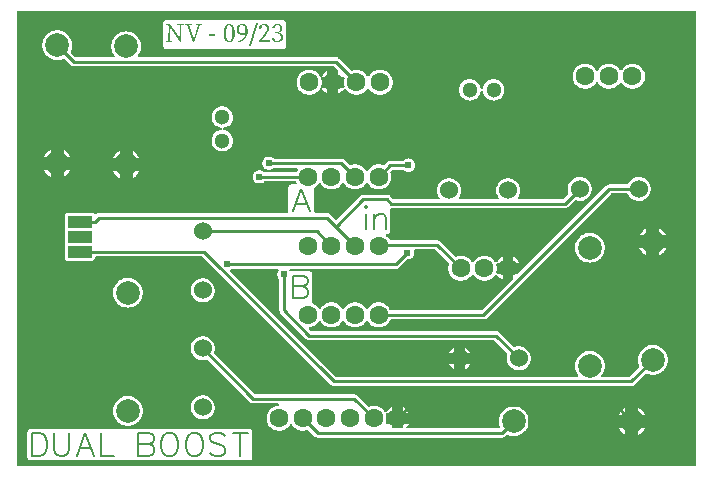
<source format=gtl>
G04 Layer: TopLayer*
G04 EasyEDA v6.5.34, 2023-09-13 00:54:02*
G04 8d9e425805504cf3a60d87cb7ac09cbe,2c7f107921f9494b8657ce3d0c88cbd9,10*
G04 Gerber Generator version 0.2*
G04 Scale: 100 percent, Rotated: No, Reflected: No *
G04 Dimensions in millimeters *
G04 leading zeros omitted , absolute positions ,4 integer and 5 decimal *
%FSLAX45Y45*%
%MOMM*%

%AMMACRO1*21,1,$1,$2,0,0,$3*%
%ADD10C,0.2032*%
%ADD11C,0.2540*%
%ADD12C,1.6000*%
%ADD13C,1.5240*%
%ADD14C,1.3000*%
%ADD15MACRO1,2.0206X1.002X0.0000*%
%ADD16C,2.0000*%
%ADD17C,0.6100*%
%ADD18C,0.0184*%

%LPD*%
G36*
X736092Y10825886D02*
G01*
X732180Y10826648D01*
X728878Y10828883D01*
X726694Y10832134D01*
X725932Y10836046D01*
X725932Y14663877D01*
X726694Y14667788D01*
X728878Y14671090D01*
X732180Y14673275D01*
X736092Y14674037D01*
X6463944Y14674037D01*
X6467805Y14673275D01*
X6471107Y14671090D01*
X6473291Y14667788D01*
X6474104Y14663877D01*
X6474104Y10836046D01*
X6473291Y10832134D01*
X6471107Y10828883D01*
X6467805Y10826648D01*
X6463944Y10825886D01*
G37*

%LPC*%
G36*
X841298Y10871708D02*
G01*
X2691079Y10871708D01*
X2697378Y10872419D01*
X2702864Y10874349D01*
X2707741Y10877397D01*
X2711856Y10881512D01*
X2714904Y10886389D01*
X2716834Y10891875D01*
X2717546Y10898174D01*
X2717546Y11111179D01*
X2716834Y11117478D01*
X2714904Y11122964D01*
X2711856Y11127841D01*
X2707741Y11131956D01*
X2702864Y11135004D01*
X2697378Y11136934D01*
X2691079Y11137646D01*
X841298Y11137646D01*
X834999Y11136934D01*
X829513Y11135004D01*
X824636Y11131956D01*
X820521Y11127841D01*
X817473Y11122964D01*
X815543Y11117478D01*
X814832Y11111179D01*
X814832Y10898174D01*
X815543Y10891875D01*
X817473Y10886389D01*
X820521Y10881512D01*
X824636Y10877397D01*
X829513Y10874349D01*
X834999Y10872419D01*
G37*
G36*
X3271520Y11063579D02*
G01*
X4831181Y11063579D01*
X4839208Y11064392D01*
X4846472Y11066576D01*
X4853127Y11070132D01*
X4859324Y11075263D01*
X4868570Y11084458D01*
X4871974Y11086693D01*
X4875936Y11087455D01*
X4879898Y11086541D01*
X4886248Y11083696D01*
X4900777Y11079175D01*
X4915712Y11076432D01*
X4930902Y11075517D01*
X4946091Y11076432D01*
X4961026Y11079175D01*
X4975555Y11083696D01*
X4989423Y11089944D01*
X5002428Y11097818D01*
X5014366Y11107166D01*
X5025136Y11117935D01*
X5034483Y11129873D01*
X5042357Y11142878D01*
X5048605Y11156746D01*
X5053126Y11171275D01*
X5055870Y11186210D01*
X5056784Y11201400D01*
X5055870Y11216589D01*
X5053126Y11231524D01*
X5048605Y11246053D01*
X5042357Y11259921D01*
X5034483Y11272926D01*
X5025136Y11284864D01*
X5014366Y11295634D01*
X5002428Y11304981D01*
X4989423Y11312855D01*
X4975555Y11319103D01*
X4961026Y11323624D01*
X4946091Y11326368D01*
X4930902Y11327282D01*
X4915712Y11326368D01*
X4900777Y11323624D01*
X4886248Y11319103D01*
X4872380Y11312855D01*
X4859375Y11304981D01*
X4847437Y11295634D01*
X4836668Y11284864D01*
X4827320Y11272926D01*
X4819446Y11259921D01*
X4813198Y11246053D01*
X4808677Y11231524D01*
X4805934Y11216589D01*
X4805019Y11201400D01*
X4805934Y11186210D01*
X4808677Y11171275D01*
X4813198Y11156746D01*
X4813909Y11155121D01*
X4814824Y11151209D01*
X4814112Y11147247D01*
X4811928Y11143843D01*
X4808626Y11141608D01*
X4804664Y11140795D01*
X4033926Y11140795D01*
X4030167Y11141506D01*
X4026915Y11143640D01*
X4024680Y11146739D01*
X4023766Y11150498D01*
X4024325Y11154308D01*
X4026306Y11157661D01*
X4030421Y11162334D01*
X4038092Y11173866D01*
X4041343Y11180470D01*
X3992727Y11180470D01*
X3992727Y11150955D01*
X3991965Y11147044D01*
X3989781Y11143792D01*
X3986479Y11141557D01*
X3982567Y11140795D01*
X3910228Y11140795D01*
X3906316Y11141557D01*
X3903014Y11143792D01*
X3900830Y11147044D01*
X3900068Y11150955D01*
X3900068Y11180470D01*
X3856431Y11180470D01*
X3852672Y11181181D01*
X3849420Y11183264D01*
X3847185Y11186363D01*
X3846271Y11190071D01*
X3846779Y11193881D01*
X3848658Y11199418D01*
X3851401Y11212982D01*
X3852265Y11226800D01*
X3851401Y11240617D01*
X3848658Y11254181D01*
X3846779Y11259718D01*
X3846271Y11263528D01*
X3847185Y11267236D01*
X3849420Y11270335D01*
X3852672Y11272418D01*
X3856431Y11273129D01*
X3900068Y11273129D01*
X3900068Y11321745D01*
X3893464Y11318494D01*
X3881932Y11310823D01*
X3871518Y11301679D01*
X3862374Y11291265D01*
X3854856Y11279987D01*
X3852062Y11277142D01*
X3848404Y11275618D01*
X3844391Y11275618D01*
X3840734Y11277142D01*
X3837940Y11279987D01*
X3830421Y11291265D01*
X3821277Y11301679D01*
X3810863Y11310823D01*
X3799332Y11318494D01*
X3786936Y11324640D01*
X3773779Y11329060D01*
X3760215Y11331803D01*
X3746398Y11332667D01*
X3732580Y11331803D01*
X3719017Y11329060D01*
X3709822Y11325961D01*
X3706114Y11325453D01*
X3702507Y11326317D01*
X3699408Y11328400D01*
X3610101Y11417655D01*
X3603904Y11422786D01*
X3597249Y11426342D01*
X3589985Y11428526D01*
X3581958Y11429339D01*
X2747873Y11429339D01*
X2744012Y11430101D01*
X2740710Y11432336D01*
X2397353Y11775643D01*
X2395220Y11778843D01*
X2394407Y11782653D01*
X2395067Y11786463D01*
X2396236Y11789460D01*
X2399385Y11802719D01*
X2400757Y11816283D01*
X2400300Y11829897D01*
X2398014Y11843359D01*
X2394000Y11856364D01*
X2388260Y11868759D01*
X2380894Y11880240D01*
X2372106Y11890654D01*
X2361996Y11899798D01*
X2350719Y11907520D01*
X2338578Y11913666D01*
X2325674Y11918137D01*
X2312314Y11920880D01*
X2298700Y11921794D01*
X2285085Y11920880D01*
X2271725Y11918137D01*
X2258872Y11913666D01*
X2246680Y11907520D01*
X2235454Y11899798D01*
X2225344Y11890654D01*
X2216505Y11880240D01*
X2209190Y11868759D01*
X2203450Y11856364D01*
X2199386Y11843359D01*
X2197150Y11829897D01*
X2196693Y11816283D01*
X2198065Y11802719D01*
X2201214Y11789460D01*
X2206091Y11776710D01*
X2212644Y11764772D01*
X2220772Y11753799D01*
X2230221Y11743994D01*
X2240940Y11735511D01*
X2252675Y11728551D01*
X2265222Y11723268D01*
X2278380Y11719661D01*
X2291892Y11717832D01*
X2305507Y11717832D01*
X2319020Y11719661D01*
X2333040Y11723522D01*
X2336546Y11723827D01*
X2340000Y11722912D01*
X2342896Y11720880D01*
X2700020Y11363807D01*
X2706268Y11358676D01*
X2712923Y11355120D01*
X2720136Y11352936D01*
X2728163Y11352123D01*
X2932582Y11352123D01*
X2936951Y11351158D01*
X2940405Y11348466D01*
X2942437Y11344503D01*
X2942590Y11340084D01*
X2940812Y11336020D01*
X2937510Y11333073D01*
X2932582Y11331803D01*
X2919018Y11329060D01*
X2905861Y11324640D01*
X2893466Y11318494D01*
X2881934Y11310823D01*
X2871520Y11301679D01*
X2862376Y11291265D01*
X2854706Y11279733D01*
X2848559Y11267338D01*
X2844139Y11254181D01*
X2841396Y11240617D01*
X2840532Y11226800D01*
X2841396Y11212982D01*
X2844139Y11199418D01*
X2848559Y11186261D01*
X2854706Y11173866D01*
X2862376Y11162334D01*
X2871520Y11151920D01*
X2881934Y11142776D01*
X2893466Y11135106D01*
X2905861Y11128959D01*
X2919018Y11124539D01*
X2932582Y11121796D01*
X2946400Y11120932D01*
X2960217Y11121796D01*
X2973781Y11124539D01*
X2986938Y11128959D01*
X2999333Y11135106D01*
X3010865Y11142776D01*
X3021279Y11151920D01*
X3030423Y11162334D01*
X3037941Y11173612D01*
X3040735Y11176457D01*
X3044393Y11177930D01*
X3048406Y11177930D01*
X3052064Y11176457D01*
X3054858Y11173612D01*
X3062376Y11162334D01*
X3071520Y11151920D01*
X3081934Y11142776D01*
X3093466Y11135106D01*
X3105861Y11128959D01*
X3119018Y11124539D01*
X3132582Y11121796D01*
X3146399Y11120932D01*
X3160217Y11121796D01*
X3173780Y11124539D01*
X3182975Y11127638D01*
X3186684Y11128146D01*
X3190341Y11127282D01*
X3193389Y11125200D01*
X3243376Y11075263D01*
X3249574Y11070132D01*
X3256279Y11066576D01*
X3263493Y11064392D01*
G37*
G36*
X5987237Y11088979D02*
G01*
X5989421Y11089944D01*
X6002426Y11097818D01*
X6014364Y11107166D01*
X6025134Y11117935D01*
X6034481Y11129873D01*
X6042355Y11142878D01*
X6043320Y11145062D01*
X5987237Y11145062D01*
G37*
G36*
X5874562Y11088979D02*
G01*
X5874562Y11145062D01*
X5818479Y11145062D01*
X5819444Y11142878D01*
X5827318Y11129873D01*
X5836666Y11117935D01*
X5847435Y11107166D01*
X5859373Y11097818D01*
X5872378Y11089944D01*
G37*
G36*
X1663700Y11164417D02*
G01*
X1678889Y11165332D01*
X1693824Y11168075D01*
X1708353Y11172596D01*
X1722221Y11178844D01*
X1735226Y11186718D01*
X1747164Y11196066D01*
X1757934Y11206835D01*
X1767281Y11218773D01*
X1775155Y11231778D01*
X1781403Y11245646D01*
X1785924Y11260175D01*
X1788668Y11275110D01*
X1789582Y11290300D01*
X1788668Y11305489D01*
X1785924Y11320424D01*
X1781403Y11334953D01*
X1775155Y11348821D01*
X1767281Y11361826D01*
X1757934Y11373764D01*
X1747164Y11384534D01*
X1735226Y11393881D01*
X1722221Y11401755D01*
X1708353Y11408003D01*
X1693824Y11412524D01*
X1678889Y11415268D01*
X1663700Y11416182D01*
X1648510Y11415268D01*
X1633575Y11412524D01*
X1619046Y11408003D01*
X1605178Y11401755D01*
X1592173Y11393881D01*
X1580235Y11384534D01*
X1569466Y11373764D01*
X1560118Y11361826D01*
X1552244Y11348821D01*
X1545996Y11334953D01*
X1541475Y11320424D01*
X1538732Y11305489D01*
X1537817Y11290300D01*
X1538732Y11275110D01*
X1541475Y11260175D01*
X1545996Y11245646D01*
X1552244Y11231778D01*
X1560118Y11218773D01*
X1569466Y11206835D01*
X1580235Y11196066D01*
X1592173Y11186718D01*
X1605178Y11178844D01*
X1619046Y11172596D01*
X1633575Y11168075D01*
X1648510Y11165332D01*
G37*
G36*
X2291892Y11217808D02*
G01*
X2305507Y11217808D01*
X2319070Y11219637D01*
X2332177Y11223244D01*
X2344775Y11228578D01*
X2356510Y11235537D01*
X2367178Y11243970D01*
X2376678Y11253774D01*
X2384755Y11264747D01*
X2391308Y11276736D01*
X2396236Y11289436D01*
X2399385Y11302695D01*
X2400757Y11316258D01*
X2400300Y11329924D01*
X2398014Y11343335D01*
X2394000Y11356390D01*
X2388260Y11368735D01*
X2380894Y11380266D01*
X2372106Y11390680D01*
X2361996Y11399824D01*
X2350719Y11407546D01*
X2338578Y11413693D01*
X2325674Y11418163D01*
X2312314Y11420856D01*
X2298700Y11421770D01*
X2285085Y11420856D01*
X2271725Y11418163D01*
X2258872Y11413693D01*
X2246680Y11407546D01*
X2235454Y11399824D01*
X2225344Y11390680D01*
X2216505Y11380266D01*
X2209190Y11368735D01*
X2203450Y11356390D01*
X2199386Y11343335D01*
X2197150Y11329924D01*
X2196693Y11316258D01*
X2198065Y11302695D01*
X2201214Y11289436D01*
X2206091Y11276736D01*
X2212644Y11264747D01*
X2220772Y11253774D01*
X2230221Y11243970D01*
X2240940Y11235537D01*
X2252675Y11228578D01*
X2265222Y11223244D01*
X2278380Y11219637D01*
G37*
G36*
X5818479Y11257737D02*
G01*
X5874562Y11257737D01*
X5874562Y11313820D01*
X5872378Y11312855D01*
X5859373Y11304981D01*
X5847435Y11295634D01*
X5836666Y11284864D01*
X5827318Y11272926D01*
X5819444Y11259921D01*
G37*
G36*
X5987237Y11257737D02*
G01*
X6043320Y11257737D01*
X6042355Y11259921D01*
X6034481Y11272926D01*
X6025134Y11284864D01*
X6014364Y11295634D01*
X6002426Y11304981D01*
X5989421Y11312855D01*
X5987237Y11313820D01*
G37*
G36*
X3992727Y11273129D02*
G01*
X4041343Y11273129D01*
X4038092Y11279733D01*
X4030421Y11291265D01*
X4021277Y11301679D01*
X4010863Y11310823D01*
X3999331Y11318494D01*
X3992727Y11321745D01*
G37*
G36*
X3411220Y11500154D02*
G01*
X5924854Y11500154D01*
X5932881Y11500967D01*
X5940145Y11503152D01*
X5946800Y11506708D01*
X5952998Y11511838D01*
X6046368Y11605158D01*
X6049772Y11607393D01*
X6053734Y11608155D01*
X6057696Y11607241D01*
X6064046Y11604396D01*
X6078575Y11599875D01*
X6093510Y11597132D01*
X6108700Y11596217D01*
X6123889Y11597132D01*
X6138824Y11599875D01*
X6153353Y11604396D01*
X6167221Y11610644D01*
X6180226Y11618518D01*
X6192164Y11627866D01*
X6202934Y11638635D01*
X6212281Y11650573D01*
X6220155Y11663578D01*
X6226403Y11677446D01*
X6230924Y11691975D01*
X6233668Y11706910D01*
X6234582Y11722100D01*
X6233668Y11737289D01*
X6230924Y11752224D01*
X6226403Y11766753D01*
X6220155Y11780621D01*
X6212281Y11793626D01*
X6202934Y11805564D01*
X6192164Y11816334D01*
X6180226Y11825681D01*
X6167221Y11833555D01*
X6153353Y11839803D01*
X6138824Y11844324D01*
X6123889Y11847068D01*
X6108700Y11847982D01*
X6093510Y11847068D01*
X6078575Y11844324D01*
X6064046Y11839803D01*
X6050178Y11833555D01*
X6037173Y11825681D01*
X6025235Y11816334D01*
X6014466Y11805564D01*
X6005118Y11793626D01*
X5997244Y11780621D01*
X5990996Y11766753D01*
X5986475Y11752224D01*
X5983732Y11737289D01*
X5982817Y11722100D01*
X5983732Y11706910D01*
X5986475Y11691975D01*
X5990996Y11677446D01*
X5993841Y11671096D01*
X5994755Y11667134D01*
X5993993Y11663172D01*
X5991758Y11659768D01*
X5912358Y11580368D01*
X5909056Y11578132D01*
X5905144Y11577370D01*
X5682234Y11577370D01*
X5677814Y11578386D01*
X5674309Y11581180D01*
X5672328Y11585194D01*
X5672277Y11589715D01*
X5674207Y11593779D01*
X5678881Y11599773D01*
X5686755Y11612778D01*
X5693003Y11626646D01*
X5697524Y11641175D01*
X5700268Y11656110D01*
X5701182Y11671300D01*
X5700268Y11686489D01*
X5697524Y11701424D01*
X5693003Y11715953D01*
X5686755Y11729821D01*
X5678881Y11742826D01*
X5669534Y11754764D01*
X5658764Y11765534D01*
X5646826Y11774881D01*
X5633821Y11782755D01*
X5619953Y11789003D01*
X5605424Y11793524D01*
X5590489Y11796268D01*
X5575300Y11797182D01*
X5560110Y11796268D01*
X5545175Y11793524D01*
X5530646Y11789003D01*
X5516778Y11782755D01*
X5503773Y11774881D01*
X5491835Y11765534D01*
X5481066Y11754764D01*
X5471718Y11742826D01*
X5463844Y11729821D01*
X5457596Y11715953D01*
X5453075Y11701424D01*
X5450332Y11686489D01*
X5449417Y11671300D01*
X5450332Y11656110D01*
X5453075Y11641175D01*
X5457596Y11626646D01*
X5463844Y11612778D01*
X5471718Y11599773D01*
X5476392Y11593779D01*
X5478322Y11589715D01*
X5478272Y11585194D01*
X5476290Y11581180D01*
X5472785Y11578386D01*
X5468366Y11577370D01*
X3430930Y11577370D01*
X3427069Y11578132D01*
X3423767Y11580368D01*
X2533700Y12470384D01*
X2531313Y12474092D01*
X2530754Y12478461D01*
X2532075Y12482677D01*
X2535072Y12485928D01*
X2539238Y12489332D01*
X2542540Y12491516D01*
X2546451Y12492278D01*
X2931363Y12492278D01*
X2935681Y12491364D01*
X2939135Y12488672D01*
X2941167Y12484760D01*
X2941370Y12480391D01*
X2939694Y12476327D01*
X2938272Y12474295D01*
X2934106Y12465405D01*
X2931566Y12455906D01*
X2930702Y12446101D01*
X2931566Y12436297D01*
X2934106Y12426797D01*
X2938272Y12417907D01*
X2943910Y12409881D01*
X2945485Y12408255D01*
X2947720Y12404953D01*
X2948482Y12401092D01*
X2948482Y12141962D01*
X2949295Y12133935D01*
X2951480Y12126722D01*
X2955036Y12120016D01*
X2960166Y12113818D01*
X3174796Y11899188D01*
X3180994Y11894058D01*
X3187700Y11890502D01*
X3194913Y11888317D01*
X3202940Y11887504D01*
X4762906Y11887504D01*
X4766767Y11886742D01*
X4770069Y11884507D01*
X4875631Y11778996D01*
X4877663Y11776100D01*
X4878527Y11772646D01*
X4878222Y11769140D01*
X4874361Y11755120D01*
X4872532Y11741607D01*
X4872532Y11727992D01*
X4874361Y11714480D01*
X4877968Y11701322D01*
X4883302Y11688775D01*
X4890211Y11677040D01*
X4898694Y11666321D01*
X4908499Y11656822D01*
X4919472Y11648744D01*
X4931410Y11642191D01*
X4944160Y11637314D01*
X4957419Y11634114D01*
X4970983Y11632793D01*
X4984597Y11633250D01*
X4998059Y11635486D01*
X5011115Y11639550D01*
X5023459Y11645290D01*
X5034940Y11652605D01*
X5045354Y11661394D01*
X5054498Y11671554D01*
X5062220Y11682780D01*
X5068366Y11694922D01*
X5072837Y11707825D01*
X5075580Y11721185D01*
X5076494Y11734800D01*
X5075580Y11748414D01*
X5072837Y11761774D01*
X5068366Y11774678D01*
X5062220Y11786819D01*
X5054498Y11798046D01*
X5045354Y11808206D01*
X5034940Y11816994D01*
X5023459Y11824309D01*
X5011115Y11830050D01*
X4998059Y11834114D01*
X4984597Y11836349D01*
X4970983Y11836806D01*
X4957419Y11835485D01*
X4944160Y11832285D01*
X4941214Y11831167D01*
X4937353Y11830507D01*
X4933594Y11831269D01*
X4930343Y11833453D01*
X4810760Y11953036D01*
X4804511Y11958167D01*
X4797856Y11961723D01*
X4790643Y11963908D01*
X4782616Y11964720D01*
X3222650Y11964720D01*
X3218738Y11965482D01*
X3215436Y11967718D01*
X3201212Y11981942D01*
X3198876Y11985599D01*
X3198266Y11989917D01*
X3199536Y11994083D01*
X3202432Y11997334D01*
X3206394Y11999112D01*
X3215081Y12000839D01*
X3228238Y12005259D01*
X3240633Y12011406D01*
X3252165Y12019076D01*
X3262579Y12028220D01*
X3271723Y12038634D01*
X3279241Y12049963D01*
X3282035Y12052757D01*
X3285693Y12054281D01*
X3289706Y12054281D01*
X3293364Y12052757D01*
X3296158Y12049963D01*
X3303676Y12038634D01*
X3312820Y12028220D01*
X3323234Y12019076D01*
X3334765Y12011406D01*
X3347161Y12005259D01*
X3360318Y12000839D01*
X3373882Y11998147D01*
X3387699Y11997232D01*
X3401517Y11998147D01*
X3415080Y12000839D01*
X3428237Y12005259D01*
X3440633Y12011406D01*
X3452164Y12019076D01*
X3462578Y12028220D01*
X3471722Y12038634D01*
X3479241Y12049963D01*
X3482035Y12052757D01*
X3485692Y12054281D01*
X3489706Y12054281D01*
X3493363Y12052757D01*
X3496157Y12049963D01*
X3503676Y12038634D01*
X3512820Y12028220D01*
X3523234Y12019076D01*
X3534765Y12011406D01*
X3547160Y12005259D01*
X3560318Y12000839D01*
X3573881Y11998147D01*
X3587699Y11997232D01*
X3601516Y11998147D01*
X3615080Y12000839D01*
X3628237Y12005259D01*
X3640632Y12011406D01*
X3652164Y12019076D01*
X3662578Y12028220D01*
X3671722Y12038634D01*
X3679240Y12049963D01*
X3682034Y12052757D01*
X3685692Y12054281D01*
X3689705Y12054281D01*
X3693363Y12052757D01*
X3696157Y12049963D01*
X3703675Y12038634D01*
X3712819Y12028220D01*
X3723233Y12019076D01*
X3734765Y12011406D01*
X3747160Y12005259D01*
X3760317Y12000839D01*
X3773881Y11998147D01*
X3787698Y11997232D01*
X3801516Y11998147D01*
X3815079Y12000839D01*
X3828237Y12005259D01*
X3840632Y12011406D01*
X3852164Y12019076D01*
X3862578Y12028220D01*
X3871722Y12038634D01*
X3879392Y12050166D01*
X3883660Y12058802D01*
X3885895Y12061799D01*
X3889095Y12063780D01*
X3892804Y12064492D01*
X4674514Y12064492D01*
X4682540Y12065304D01*
X4689805Y12067489D01*
X4696460Y12071045D01*
X4702657Y12076176D01*
X5754827Y13128294D01*
X5758129Y13130530D01*
X5762040Y13131292D01*
X5889396Y13131292D01*
X5893257Y13130530D01*
X5896559Y13128345D01*
X5906211Y13112140D01*
X5914694Y13101421D01*
X5924499Y13091921D01*
X5935472Y13083844D01*
X5947410Y13077291D01*
X5960160Y13072414D01*
X5973419Y13069214D01*
X5986983Y13067893D01*
X6000597Y13068350D01*
X6014059Y13070586D01*
X6027115Y13074650D01*
X6039459Y13080390D01*
X6050940Y13087705D01*
X6061354Y13096494D01*
X6070498Y13106654D01*
X6078220Y13117880D01*
X6084366Y13130022D01*
X6088837Y13142925D01*
X6091580Y13156285D01*
X6092494Y13169900D01*
X6091580Y13183514D01*
X6088837Y13196874D01*
X6084366Y13209778D01*
X6078220Y13221919D01*
X6070498Y13233146D01*
X6061354Y13243306D01*
X6050940Y13252094D01*
X6039459Y13259409D01*
X6027115Y13265150D01*
X6014059Y13269213D01*
X6000597Y13271449D01*
X5986983Y13271906D01*
X5973419Y13270585D01*
X5960160Y13267385D01*
X5947410Y13262508D01*
X5935472Y13255955D01*
X5924499Y13247878D01*
X5914694Y13238378D01*
X5906211Y13227659D01*
X5896559Y13211454D01*
X5893257Y13209269D01*
X5889396Y13208507D01*
X5742330Y13208507D01*
X5734304Y13207695D01*
X5727090Y13205510D01*
X5720384Y13201954D01*
X5714187Y13196824D01*
X4970729Y12453416D01*
X4967478Y12451232D01*
X4963566Y12450470D01*
X4929428Y12450470D01*
X4929428Y12416332D01*
X4928666Y12412421D01*
X4926482Y12409170D01*
X4662017Y12144705D01*
X4658715Y12142470D01*
X4654804Y12141708D01*
X3892804Y12141708D01*
X3889095Y12142419D01*
X3885946Y12144400D01*
X3883660Y12147397D01*
X3879392Y12156033D01*
X3871722Y12167565D01*
X3862578Y12177979D01*
X3852164Y12187123D01*
X3840632Y12194794D01*
X3828237Y12200940D01*
X3815079Y12205360D01*
X3801516Y12208103D01*
X3787698Y12208967D01*
X3773881Y12208103D01*
X3760317Y12205360D01*
X3747160Y12200940D01*
X3734765Y12194794D01*
X3723233Y12187123D01*
X3712819Y12177979D01*
X3703675Y12167565D01*
X3696157Y12156287D01*
X3693363Y12153442D01*
X3689705Y12151969D01*
X3685692Y12151969D01*
X3682034Y12153442D01*
X3679240Y12156287D01*
X3671722Y12167565D01*
X3662578Y12177979D01*
X3652164Y12187123D01*
X3640632Y12194794D01*
X3628237Y12200940D01*
X3615080Y12205360D01*
X3601516Y12208103D01*
X3587699Y12208967D01*
X3573881Y12208103D01*
X3560318Y12205360D01*
X3547160Y12200940D01*
X3534765Y12194794D01*
X3523234Y12187123D01*
X3512820Y12177979D01*
X3503676Y12167565D01*
X3496157Y12156287D01*
X3493363Y12153442D01*
X3489706Y12151969D01*
X3485692Y12151969D01*
X3482035Y12153442D01*
X3479241Y12156287D01*
X3471722Y12167565D01*
X3462578Y12177979D01*
X3452164Y12187123D01*
X3440633Y12194794D01*
X3428237Y12200940D01*
X3415080Y12205360D01*
X3401517Y12208103D01*
X3387699Y12208967D01*
X3373882Y12208103D01*
X3360318Y12205360D01*
X3347161Y12200940D01*
X3334765Y12194794D01*
X3323234Y12187123D01*
X3312820Y12177979D01*
X3303676Y12167565D01*
X3296158Y12156287D01*
X3293364Y12153442D01*
X3289706Y12151969D01*
X3285693Y12151969D01*
X3282035Y12153442D01*
X3279241Y12156287D01*
X3271723Y12167565D01*
X3262579Y12177979D01*
X3252165Y12187123D01*
X3240633Y12194794D01*
X3223463Y12203226D01*
X3221075Y12206020D01*
X3219856Y12209475D01*
X3219958Y12213132D01*
X3221278Y12216485D01*
X3223412Y12219889D01*
X3225342Y12225375D01*
X3226054Y12231674D01*
X3226054Y12444679D01*
X3225342Y12450978D01*
X3223412Y12456464D01*
X3220364Y12461341D01*
X3216249Y12465456D01*
X3211372Y12468504D01*
X3205886Y12470434D01*
X3199587Y12471146D01*
X3051098Y12471146D01*
X3045053Y12470485D01*
X3041446Y12470688D01*
X3038144Y12472212D01*
X3034487Y12476327D01*
X3032810Y12480391D01*
X3033014Y12484760D01*
X3035046Y12488672D01*
X3038500Y12491364D01*
X3042818Y12492278D01*
X3933088Y12492278D01*
X3941114Y12493091D01*
X3948379Y12495276D01*
X3955034Y12498832D01*
X3961231Y12503962D01*
X4027779Y12570510D01*
X4030675Y12572492D01*
X4034078Y12573406D01*
X4042105Y12574117D01*
X4051604Y12576657D01*
X4060494Y12580823D01*
X4068572Y12586462D01*
X4075531Y12593421D01*
X4081170Y12601448D01*
X4085285Y12610338D01*
X4087825Y12619837D01*
X4088688Y12629642D01*
X4087825Y12639446D01*
X4086758Y12643510D01*
X4086453Y12647168D01*
X4087520Y12650724D01*
X4089755Y12653670D01*
X4092905Y12655600D01*
X4096562Y12656261D01*
X4264812Y12656261D01*
X4268673Y12655499D01*
X4271975Y12653314D01*
X4381500Y12543790D01*
X4383582Y12540742D01*
X4384446Y12537084D01*
X4383938Y12533376D01*
X4380839Y12524181D01*
X4378096Y12510617D01*
X4377232Y12496800D01*
X4378096Y12482982D01*
X4380839Y12469418D01*
X4385259Y12456261D01*
X4391406Y12443866D01*
X4399076Y12432334D01*
X4408220Y12421920D01*
X4418634Y12412776D01*
X4430166Y12405106D01*
X4442561Y12398959D01*
X4455718Y12394539D01*
X4469282Y12391796D01*
X4483100Y12390932D01*
X4496917Y12391796D01*
X4510481Y12394539D01*
X4523638Y12398959D01*
X4536033Y12405106D01*
X4547565Y12412776D01*
X4557979Y12421920D01*
X4567123Y12432334D01*
X4574641Y12443612D01*
X4577435Y12446457D01*
X4581093Y12447930D01*
X4585106Y12447930D01*
X4588764Y12446457D01*
X4591558Y12443612D01*
X4599076Y12432334D01*
X4608220Y12421920D01*
X4618634Y12412776D01*
X4630166Y12405106D01*
X4642561Y12398959D01*
X4655718Y12394539D01*
X4669282Y12391796D01*
X4683099Y12390932D01*
X4696917Y12391796D01*
X4710480Y12394539D01*
X4723638Y12398959D01*
X4736033Y12405106D01*
X4747564Y12412776D01*
X4757978Y12421920D01*
X4767122Y12432334D01*
X4774641Y12443612D01*
X4777435Y12446457D01*
X4781092Y12447930D01*
X4785106Y12447930D01*
X4788763Y12446457D01*
X4791557Y12443612D01*
X4799076Y12432334D01*
X4808220Y12421920D01*
X4818634Y12412776D01*
X4830165Y12405106D01*
X4836769Y12401854D01*
X4836769Y12450470D01*
X4793132Y12450470D01*
X4789373Y12451181D01*
X4786122Y12453264D01*
X4783886Y12456363D01*
X4782972Y12460071D01*
X4783480Y12463881D01*
X4785360Y12469418D01*
X4788103Y12482982D01*
X4788966Y12496800D01*
X4788103Y12510617D01*
X4785360Y12524181D01*
X4783480Y12529718D01*
X4782972Y12533528D01*
X4783886Y12537236D01*
X4786122Y12540335D01*
X4789373Y12542418D01*
X4793132Y12543129D01*
X4836769Y12543129D01*
X4836769Y12591745D01*
X4830165Y12588494D01*
X4818634Y12580823D01*
X4808220Y12571679D01*
X4799076Y12561265D01*
X4791557Y12549987D01*
X4788763Y12547142D01*
X4785106Y12545618D01*
X4781092Y12545618D01*
X4777435Y12547142D01*
X4774641Y12549987D01*
X4767122Y12561265D01*
X4757978Y12571679D01*
X4747564Y12580823D01*
X4736033Y12588494D01*
X4723638Y12594640D01*
X4710480Y12599060D01*
X4696917Y12601803D01*
X4683099Y12602667D01*
X4669282Y12601803D01*
X4655718Y12599060D01*
X4642561Y12594640D01*
X4630166Y12588494D01*
X4618634Y12580823D01*
X4608220Y12571679D01*
X4599076Y12561265D01*
X4591558Y12549987D01*
X4588764Y12547142D01*
X4585106Y12545618D01*
X4581093Y12545618D01*
X4577435Y12547142D01*
X4574641Y12549987D01*
X4567123Y12561265D01*
X4557979Y12571679D01*
X4547565Y12580823D01*
X4536033Y12588494D01*
X4523638Y12594640D01*
X4510481Y12599060D01*
X4496917Y12601803D01*
X4483100Y12602667D01*
X4469282Y12601803D01*
X4455718Y12599060D01*
X4446524Y12595961D01*
X4442815Y12595453D01*
X4439208Y12596317D01*
X4436110Y12598400D01*
X4312666Y12721844D01*
X4306417Y12726974D01*
X4299762Y12730530D01*
X4292549Y12732715D01*
X4284522Y12733477D01*
X3889044Y12733477D01*
X3885336Y12734188D01*
X3882186Y12736169D01*
X3871722Y12751765D01*
X3862578Y12762179D01*
X3851808Y12771628D01*
X3849370Y12774828D01*
X3848354Y12778790D01*
X3849014Y12782804D01*
X3851198Y12786258D01*
X3854500Y12788595D01*
X3858514Y12789408D01*
X3861003Y12789408D01*
X3867302Y12790119D01*
X3872788Y12792049D01*
X3877665Y12795097D01*
X3881780Y12799212D01*
X3884828Y12804089D01*
X3886758Y12809575D01*
X3887470Y12815874D01*
X3887470Y12994995D01*
X3888232Y12998907D01*
X3890467Y13002209D01*
X3893769Y13004393D01*
X3897629Y13005155D01*
X5363819Y13005155D01*
X5371846Y13005968D01*
X5379059Y13008152D01*
X5385714Y13011708D01*
X5391962Y13016839D01*
X5446369Y13071246D01*
X5449570Y13073430D01*
X5453380Y13074192D01*
X5457190Y13073532D01*
X5460136Y13072414D01*
X5473446Y13069214D01*
X5487009Y13067893D01*
X5500624Y13068350D01*
X5514086Y13070586D01*
X5527090Y13074650D01*
X5539486Y13080390D01*
X5550966Y13087705D01*
X5561380Y13096494D01*
X5570524Y13106654D01*
X5578246Y13117880D01*
X5584393Y13130022D01*
X5588863Y13142925D01*
X5591556Y13156285D01*
X5592470Y13169900D01*
X5591556Y13183514D01*
X5588863Y13196874D01*
X5584393Y13209778D01*
X5578246Y13221919D01*
X5570524Y13233146D01*
X5561380Y13243306D01*
X5550966Y13252094D01*
X5539486Y13259409D01*
X5527090Y13265150D01*
X5514086Y13269213D01*
X5500624Y13271449D01*
X5487009Y13271906D01*
X5473446Y13270585D01*
X5460136Y13267385D01*
X5447436Y13262508D01*
X5435447Y13255955D01*
X5424474Y13247878D01*
X5414670Y13238378D01*
X5406237Y13227659D01*
X5399278Y13215924D01*
X5393944Y13203377D01*
X5390337Y13190219D01*
X5388559Y13176707D01*
X5388559Y13163092D01*
X5390337Y13149580D01*
X5394198Y13135559D01*
X5394553Y13132054D01*
X5393639Y13128599D01*
X5391607Y13125704D01*
X5351272Y13085368D01*
X5347970Y13083184D01*
X5344109Y13082371D01*
X4976977Y13082371D01*
X4972710Y13083336D01*
X4969256Y13085978D01*
X4967173Y13089890D01*
X4966970Y13094258D01*
X4968595Y13098322D01*
X4973320Y13105180D01*
X4979466Y13117322D01*
X4983937Y13130225D01*
X4986680Y13143585D01*
X4987594Y13157200D01*
X4986680Y13170814D01*
X4983937Y13184174D01*
X4979466Y13197078D01*
X4973320Y13209219D01*
X4965598Y13220446D01*
X4956454Y13230606D01*
X4946040Y13239394D01*
X4934559Y13246709D01*
X4922215Y13252450D01*
X4909159Y13256513D01*
X4895697Y13258749D01*
X4882083Y13259206D01*
X4868519Y13257885D01*
X4855260Y13254685D01*
X4842510Y13249808D01*
X4830572Y13243255D01*
X4819599Y13235178D01*
X4809794Y13225678D01*
X4801311Y13214959D01*
X4794402Y13203224D01*
X4789068Y13190677D01*
X4785461Y13177519D01*
X4783632Y13164007D01*
X4783632Y13150392D01*
X4785461Y13136880D01*
X4789068Y13123722D01*
X4794402Y13111175D01*
X4801311Y13099440D01*
X4803749Y13094766D01*
X4803698Y13090245D01*
X4801768Y13086232D01*
X4798212Y13083387D01*
X4793792Y13082371D01*
X4477004Y13082371D01*
X4472736Y13083336D01*
X4469231Y13085978D01*
X4467199Y13089890D01*
X4466996Y13094258D01*
X4468622Y13098322D01*
X4473346Y13105180D01*
X4479493Y13117322D01*
X4483963Y13130225D01*
X4486656Y13143585D01*
X4487570Y13157200D01*
X4486656Y13170814D01*
X4483963Y13184174D01*
X4479493Y13197078D01*
X4473346Y13209219D01*
X4465624Y13220446D01*
X4456480Y13230606D01*
X4446066Y13239394D01*
X4434586Y13246709D01*
X4422190Y13252450D01*
X4409186Y13256513D01*
X4395724Y13258749D01*
X4382109Y13259206D01*
X4368495Y13257885D01*
X4355236Y13254685D01*
X4342536Y13249808D01*
X4330547Y13243255D01*
X4319574Y13235178D01*
X4309770Y13225678D01*
X4301337Y13214959D01*
X4294378Y13203224D01*
X4289044Y13190677D01*
X4285437Y13177519D01*
X4283659Y13164007D01*
X4283659Y13150392D01*
X4285437Y13136880D01*
X4289044Y13123722D01*
X4294378Y13111175D01*
X4301337Y13099440D01*
X4303725Y13094766D01*
X4303725Y13090245D01*
X4301744Y13086232D01*
X4298238Y13083387D01*
X4293819Y13082371D01*
X3916527Y13082371D01*
X3912615Y13083184D01*
X3909314Y13085368D01*
X3886504Y13108178D01*
X3880256Y13113308D01*
X3873601Y13116864D01*
X3866387Y13119049D01*
X3858361Y13119862D01*
X3659225Y13119862D01*
X3651199Y13119049D01*
X3643985Y13116864D01*
X3637330Y13113308D01*
X3631082Y13108178D01*
X3433419Y12910566D01*
X3430117Y12908330D01*
X3426256Y12907568D01*
X3422345Y12908330D01*
X3419094Y12910566D01*
X3377387Y12952222D01*
X3371189Y12957302D01*
X3364534Y12960858D01*
X3357270Y12963042D01*
X3349244Y12963855D01*
X3254756Y12963855D01*
X3250895Y12964617D01*
X3247593Y12966852D01*
X3245358Y12970103D01*
X3244596Y12974015D01*
X3244596Y13177012D01*
X3245154Y13180263D01*
X3246678Y13183209D01*
X3249117Y13185444D01*
X3252165Y13187476D01*
X3262579Y13196620D01*
X3271723Y13207034D01*
X3279241Y13218312D01*
X3282035Y13221157D01*
X3285693Y13222630D01*
X3289706Y13222630D01*
X3293364Y13221157D01*
X3296158Y13218312D01*
X3303676Y13207034D01*
X3312820Y13196620D01*
X3323234Y13187476D01*
X3334765Y13179806D01*
X3347161Y13173659D01*
X3360318Y13169239D01*
X3373882Y13166496D01*
X3387699Y13165632D01*
X3401517Y13166496D01*
X3415080Y13169239D01*
X3428237Y13173659D01*
X3440633Y13179806D01*
X3452164Y13187476D01*
X3462578Y13196620D01*
X3471722Y13207034D01*
X3479241Y13218312D01*
X3482035Y13221157D01*
X3485692Y13222630D01*
X3489706Y13222630D01*
X3493363Y13221157D01*
X3496157Y13218312D01*
X3503676Y13207034D01*
X3512820Y13196620D01*
X3523234Y13187476D01*
X3534765Y13179806D01*
X3547160Y13173659D01*
X3560318Y13169239D01*
X3573881Y13166496D01*
X3587699Y13165632D01*
X3601516Y13166496D01*
X3615080Y13169239D01*
X3628237Y13173659D01*
X3640632Y13179806D01*
X3652164Y13187476D01*
X3662578Y13196620D01*
X3671722Y13207034D01*
X3679240Y13218312D01*
X3682034Y13221157D01*
X3685692Y13222630D01*
X3689705Y13222630D01*
X3693363Y13221157D01*
X3696157Y13218312D01*
X3703675Y13207034D01*
X3712819Y13196620D01*
X3723233Y13187476D01*
X3734765Y13179806D01*
X3747160Y13173659D01*
X3760317Y13169239D01*
X3773881Y13166496D01*
X3787698Y13165632D01*
X3801516Y13166496D01*
X3815079Y13169239D01*
X3828237Y13173659D01*
X3840632Y13179806D01*
X3852164Y13187476D01*
X3862578Y13196620D01*
X3871722Y13207034D01*
X3879392Y13218566D01*
X3885539Y13230961D01*
X3889959Y13244118D01*
X3892702Y13257682D01*
X3893565Y13271500D01*
X3892702Y13285317D01*
X3889959Y13298881D01*
X3886860Y13308076D01*
X3886352Y13311784D01*
X3887215Y13315391D01*
X3889298Y13318490D01*
X3899154Y13328345D01*
X3902456Y13330580D01*
X3906367Y13331342D01*
X3995674Y13331342D01*
X3999585Y13330580D01*
X4002887Y13328345D01*
X4004462Y13326770D01*
X4012539Y13321131D01*
X4021429Y13316966D01*
X4030929Y13314426D01*
X4040733Y13313562D01*
X4050487Y13314426D01*
X4059986Y13316966D01*
X4068876Y13321131D01*
X4076954Y13326770D01*
X4083913Y13333730D01*
X4089552Y13341756D01*
X4093667Y13350646D01*
X4096207Y13360146D01*
X4097070Y13369950D01*
X4096207Y13379754D01*
X4093667Y13389254D01*
X4089552Y13398144D01*
X4083913Y13406170D01*
X4076954Y13413130D01*
X4068876Y13418769D01*
X4059986Y13422934D01*
X4050487Y13425474D01*
X4040733Y13426338D01*
X4030929Y13425474D01*
X4021429Y13422934D01*
X4012539Y13418769D01*
X4004462Y13413130D01*
X4002887Y13411555D01*
X3999585Y13409320D01*
X3995674Y13408558D01*
X3886657Y13408558D01*
X3878630Y13407745D01*
X3871417Y13405561D01*
X3864711Y13402005D01*
X3858514Y13396874D01*
X3834688Y13373100D01*
X3831640Y13370966D01*
X3827983Y13370153D01*
X3824274Y13370661D01*
X3815079Y13373760D01*
X3801516Y13376503D01*
X3787698Y13377367D01*
X3773881Y13376503D01*
X3760317Y13373760D01*
X3747160Y13369340D01*
X3734765Y13363194D01*
X3723233Y13355523D01*
X3712819Y13346379D01*
X3703675Y13335965D01*
X3696157Y13324687D01*
X3693363Y13321842D01*
X3689705Y13320318D01*
X3685692Y13320318D01*
X3682034Y13321842D01*
X3679240Y13324687D01*
X3671722Y13335965D01*
X3662578Y13346379D01*
X3652164Y13355523D01*
X3640632Y13363194D01*
X3628237Y13369340D01*
X3615080Y13373760D01*
X3601516Y13376503D01*
X3587699Y13377367D01*
X3573881Y13376503D01*
X3560318Y13373760D01*
X3551123Y13370661D01*
X3547414Y13370153D01*
X3543808Y13371017D01*
X3540709Y13373100D01*
X3499510Y13414298D01*
X3493262Y13419429D01*
X3486607Y13422985D01*
X3479393Y13425169D01*
X3471367Y13425932D01*
X2902661Y13425932D01*
X2898749Y13426744D01*
X2895447Y13428929D01*
X2893872Y13430554D01*
X2885795Y13436142D01*
X2876905Y13440308D01*
X2867406Y13442848D01*
X2857652Y13443712D01*
X2847848Y13442848D01*
X2838348Y13440308D01*
X2829458Y13436142D01*
X2821381Y13430554D01*
X2814472Y13423595D01*
X2808833Y13415518D01*
X2804668Y13406628D01*
X2802128Y13397128D01*
X2801264Y13387324D01*
X2802128Y13377570D01*
X2804668Y13368070D01*
X2808833Y13359180D01*
X2814472Y13351103D01*
X2821381Y13344144D01*
X2829458Y13338556D01*
X2838348Y13334390D01*
X2847848Y13331850D01*
X2857652Y13330986D01*
X2867406Y13331850D01*
X2876905Y13334390D01*
X2885795Y13338556D01*
X2893872Y13344144D01*
X2895447Y13345769D01*
X2898749Y13347954D01*
X2902661Y13348716D01*
X3093212Y13348716D01*
X3097479Y13347801D01*
X3100933Y13345160D01*
X3103016Y13341350D01*
X3103270Y13336981D01*
X3101695Y13332917D01*
X3096006Y13324433D01*
X3091738Y13315797D01*
X3089452Y13312800D01*
X3086303Y13310819D01*
X3082594Y13310107D01*
X2823667Y13310107D01*
X2819806Y13310869D01*
X2816504Y13313105D01*
X2814878Y13314680D01*
X2806852Y13320318D01*
X2797962Y13324484D01*
X2788462Y13327024D01*
X2778658Y13327888D01*
X2768854Y13327024D01*
X2759405Y13324484D01*
X2750464Y13320318D01*
X2742438Y13314680D01*
X2735478Y13307720D01*
X2729839Y13299694D01*
X2725674Y13290804D01*
X2723134Y13281304D01*
X2722270Y13271500D01*
X2723134Y13261695D01*
X2725674Y13252196D01*
X2729839Y13243306D01*
X2735478Y13235279D01*
X2742438Y13228319D01*
X2750464Y13222681D01*
X2759405Y13218515D01*
X2768854Y13215975D01*
X2778658Y13215112D01*
X2788462Y13215975D01*
X2797962Y13218515D01*
X2806852Y13222681D01*
X2814878Y13228319D01*
X2816504Y13229894D01*
X2819806Y13232130D01*
X2823667Y13232892D01*
X3082594Y13232892D01*
X3086303Y13232180D01*
X3089452Y13230199D01*
X3091738Y13227202D01*
X3094126Y13222376D01*
X3095142Y13218413D01*
X3094532Y13214400D01*
X3092348Y13210895D01*
X3088995Y13208558D01*
X3084982Y13207746D01*
X3051098Y13207746D01*
X3044799Y13207034D01*
X3039313Y13205104D01*
X3034436Y13202056D01*
X3030321Y13197941D01*
X3027273Y13193064D01*
X3025343Y13187578D01*
X3024632Y13181279D01*
X3024632Y12974015D01*
X3023870Y12970103D01*
X3021634Y12966852D01*
X3018383Y12964617D01*
X3014472Y12963855D01*
X1421485Y12963855D01*
X1413459Y12963042D01*
X1406245Y12960858D01*
X1399590Y12957302D01*
X1394409Y12953085D01*
X1390599Y12951104D01*
X1386332Y12950901D01*
X1382369Y12952476D01*
X1379372Y12955524D01*
X1378559Y12956844D01*
X1374444Y12960908D01*
X1369568Y12964007D01*
X1364081Y12965887D01*
X1357782Y12966598D01*
X1156970Y12966598D01*
X1150670Y12965887D01*
X1145184Y12964007D01*
X1140307Y12960908D01*
X1136192Y12956844D01*
X1133144Y12951917D01*
X1131214Y12946481D01*
X1130503Y12940131D01*
X1130503Y12840970D01*
X1131214Y12834620D01*
X1132687Y12830403D01*
X1133246Y12827050D01*
X1132687Y12823698D01*
X1131214Y12819481D01*
X1130503Y12813131D01*
X1130503Y12713970D01*
X1131214Y12707620D01*
X1132687Y12703403D01*
X1133246Y12700050D01*
X1132687Y12696698D01*
X1131214Y12692481D01*
X1130503Y12686131D01*
X1130503Y12586970D01*
X1131214Y12580620D01*
X1133144Y12575184D01*
X1136192Y12570256D01*
X1140307Y12566192D01*
X1145184Y12563094D01*
X1150670Y12561214D01*
X1156970Y12560452D01*
X1357782Y12560452D01*
X1364081Y12561214D01*
X1369568Y12563094D01*
X1374444Y12566192D01*
X1378559Y12570256D01*
X1381607Y12575184D01*
X1383487Y12580569D01*
X1384300Y12588748D01*
X1385316Y12592354D01*
X1387602Y12595301D01*
X1390751Y12597282D01*
X1394409Y12597942D01*
X2292756Y12597942D01*
X2296617Y12597180D01*
X2299919Y12594945D01*
X3383076Y11511838D01*
X3389325Y11506708D01*
X3395979Y11503152D01*
X3403193Y11500967D01*
G37*
G36*
X4429963Y11643004D02*
G01*
X4429963Y11690350D01*
X4382617Y11690350D01*
X4383278Y11688775D01*
X4390237Y11677040D01*
X4398670Y11666321D01*
X4408474Y11656822D01*
X4419447Y11648744D01*
G37*
G36*
X4518863Y11643156D02*
G01*
X4523486Y11645290D01*
X4534966Y11652605D01*
X4545380Y11661394D01*
X4554524Y11671554D01*
X4562246Y11682780D01*
X4566056Y11690350D01*
X4518863Y11690350D01*
G37*
G36*
X4518863Y11779250D02*
G01*
X4566056Y11779250D01*
X4562246Y11786819D01*
X4554524Y11798046D01*
X4545380Y11808206D01*
X4534966Y11816994D01*
X4523486Y11824309D01*
X4518863Y11826443D01*
G37*
G36*
X4382617Y11779250D02*
G01*
X4429963Y11779250D01*
X4429963Y11826595D01*
X4419447Y11820855D01*
X4408474Y11812778D01*
X4398670Y11803278D01*
X4390237Y11792559D01*
X4383278Y11780824D01*
G37*
G36*
X1663700Y12164415D02*
G01*
X1678889Y12165330D01*
X1693824Y12168073D01*
X1708353Y12172594D01*
X1722221Y12178842D01*
X1735226Y12186716D01*
X1747164Y12196064D01*
X1757934Y12206833D01*
X1767281Y12218771D01*
X1775155Y12231776D01*
X1781403Y12245644D01*
X1785924Y12260173D01*
X1788668Y12275108D01*
X1789582Y12290298D01*
X1788668Y12305487D01*
X1785924Y12320422D01*
X1781403Y12334951D01*
X1775155Y12348819D01*
X1767281Y12361824D01*
X1757934Y12373762D01*
X1747164Y12384532D01*
X1735226Y12393879D01*
X1722221Y12401753D01*
X1708353Y12408001D01*
X1693824Y12412522D01*
X1678889Y12415266D01*
X1663700Y12416180D01*
X1648510Y12415266D01*
X1633575Y12412522D01*
X1619046Y12408001D01*
X1605178Y12401753D01*
X1592173Y12393879D01*
X1580235Y12384532D01*
X1569466Y12373762D01*
X1560118Y12361824D01*
X1552244Y12348819D01*
X1545996Y12334951D01*
X1541475Y12320422D01*
X1538732Y12305487D01*
X1537817Y12290298D01*
X1538732Y12275108D01*
X1541475Y12260173D01*
X1545996Y12245644D01*
X1552244Y12231776D01*
X1560118Y12218771D01*
X1569466Y12206833D01*
X1580235Y12196064D01*
X1592173Y12186716D01*
X1605178Y12178842D01*
X1619046Y12172594D01*
X1633575Y12168073D01*
X1648510Y12165330D01*
G37*
G36*
X2291892Y12208408D02*
G01*
X2305507Y12208408D01*
X2319070Y12210237D01*
X2332177Y12213844D01*
X2344775Y12219178D01*
X2356510Y12226137D01*
X2367178Y12234570D01*
X2376678Y12244374D01*
X2384755Y12255347D01*
X2391308Y12267336D01*
X2396236Y12280036D01*
X2399385Y12293295D01*
X2400757Y12306858D01*
X2400300Y12320524D01*
X2398014Y12333935D01*
X2394000Y12346990D01*
X2388260Y12359335D01*
X2380894Y12370866D01*
X2372106Y12381280D01*
X2361996Y12390424D01*
X2350719Y12398146D01*
X2338578Y12404293D01*
X2325674Y12408763D01*
X2312314Y12411456D01*
X2298700Y12412370D01*
X2285085Y12411456D01*
X2271725Y12408763D01*
X2258872Y12404293D01*
X2246680Y12398146D01*
X2235454Y12390424D01*
X2225344Y12381280D01*
X2216505Y12370866D01*
X2209190Y12359335D01*
X2203450Y12346990D01*
X2199386Y12333935D01*
X2197150Y12320524D01*
X2196693Y12306858D01*
X2198065Y12293295D01*
X2201214Y12280036D01*
X2206091Y12267336D01*
X2212644Y12255347D01*
X2220772Y12244374D01*
X2230221Y12234570D01*
X2240940Y12226137D01*
X2252675Y12219178D01*
X2265222Y12213844D01*
X2278380Y12210237D01*
G37*
G36*
X4929428Y12543129D02*
G01*
X4978044Y12543129D01*
X4974793Y12549733D01*
X4967122Y12561265D01*
X4957978Y12571679D01*
X4947564Y12580823D01*
X4936032Y12588494D01*
X4929428Y12591745D01*
G37*
G36*
X5575300Y12545415D02*
G01*
X5590489Y12546330D01*
X5605424Y12549073D01*
X5619953Y12553594D01*
X5633821Y12559842D01*
X5646826Y12567716D01*
X5658764Y12577064D01*
X5669534Y12587833D01*
X5678881Y12599771D01*
X5686755Y12612776D01*
X5693003Y12626644D01*
X5697524Y12641173D01*
X5700268Y12656108D01*
X5701182Y12671298D01*
X5700268Y12686487D01*
X5697524Y12701422D01*
X5693003Y12715951D01*
X5686755Y12729819D01*
X5678881Y12742824D01*
X5669534Y12754762D01*
X5658764Y12765532D01*
X5646826Y12774879D01*
X5633821Y12782753D01*
X5619953Y12789001D01*
X5605424Y12793522D01*
X5590489Y12796266D01*
X5575300Y12797180D01*
X5560110Y12796266D01*
X5545175Y12793522D01*
X5530646Y12789001D01*
X5516778Y12782753D01*
X5503773Y12774879D01*
X5491835Y12765532D01*
X5481066Y12754762D01*
X5471718Y12742824D01*
X5463844Y12729819D01*
X5457596Y12715951D01*
X5453075Y12701422D01*
X5450332Y12686487D01*
X5449417Y12671298D01*
X5450332Y12656108D01*
X5453075Y12641173D01*
X5457596Y12626644D01*
X5463844Y12612776D01*
X5471718Y12599771D01*
X5481066Y12587833D01*
X5491835Y12577064D01*
X5503773Y12567716D01*
X5516778Y12559842D01*
X5530646Y12553594D01*
X5545175Y12549073D01*
X5560110Y12546330D01*
G37*
G36*
X6165037Y12609677D02*
G01*
X6167221Y12610642D01*
X6180226Y12618516D01*
X6192164Y12627864D01*
X6202934Y12638633D01*
X6212281Y12650571D01*
X6220155Y12663576D01*
X6221120Y12665760D01*
X6165037Y12665760D01*
G37*
G36*
X6052362Y12609677D02*
G01*
X6052362Y12665760D01*
X5996279Y12665760D01*
X5997244Y12663576D01*
X6005118Y12650571D01*
X6014466Y12638633D01*
X6025235Y12627864D01*
X6037173Y12618516D01*
X6050178Y12610642D01*
G37*
G36*
X5996279Y12778435D02*
G01*
X6052362Y12778435D01*
X6052362Y12834518D01*
X6050178Y12833553D01*
X6037173Y12825679D01*
X6025235Y12816332D01*
X6014466Y12805562D01*
X6005118Y12793624D01*
X5997244Y12780619D01*
G37*
G36*
X6165037Y12778435D02*
G01*
X6221120Y12778435D01*
X6220155Y12780619D01*
X6212281Y12793624D01*
X6202934Y12805562D01*
X6192164Y12816332D01*
X6180226Y12825679D01*
X6167221Y12833553D01*
X6165037Y12834518D01*
G37*
G36*
X1707337Y13263981D02*
G01*
X1709521Y13264946D01*
X1722526Y13272820D01*
X1734464Y13282168D01*
X1745234Y13292937D01*
X1754581Y13304875D01*
X1762455Y13317880D01*
X1763420Y13320064D01*
X1707337Y13320064D01*
G37*
G36*
X1594662Y13263981D02*
G01*
X1594662Y13320064D01*
X1538579Y13320064D01*
X1539544Y13317880D01*
X1547418Y13304875D01*
X1556766Y13292937D01*
X1567535Y13282168D01*
X1579473Y13272820D01*
X1592478Y13264946D01*
G37*
G36*
X1123137Y13273379D02*
G01*
X1125321Y13274344D01*
X1138326Y13282218D01*
X1150264Y13291566D01*
X1161034Y13302335D01*
X1170381Y13314273D01*
X1178255Y13327278D01*
X1179220Y13329462D01*
X1123137Y13329462D01*
G37*
G36*
X1010462Y13273379D02*
G01*
X1010462Y13329462D01*
X954379Y13329462D01*
X955344Y13327278D01*
X963218Y13314273D01*
X972566Y13302335D01*
X983335Y13291566D01*
X995273Y13282218D01*
X1008278Y13274344D01*
G37*
G36*
X1538579Y13432739D02*
G01*
X1594662Y13432739D01*
X1594662Y13488822D01*
X1592478Y13487857D01*
X1579473Y13479983D01*
X1567535Y13470636D01*
X1556766Y13459866D01*
X1547418Y13447928D01*
X1539544Y13434923D01*
G37*
G36*
X1707337Y13432739D02*
G01*
X1763420Y13432739D01*
X1762455Y13434923D01*
X1754581Y13447928D01*
X1745234Y13459866D01*
X1734464Y13470636D01*
X1722526Y13479983D01*
X1709521Y13487857D01*
X1707337Y13488822D01*
G37*
G36*
X1123137Y13442137D02*
G01*
X1179220Y13442137D01*
X1178255Y13444321D01*
X1170381Y13457326D01*
X1161034Y13469264D01*
X1150264Y13480034D01*
X1138326Y13489381D01*
X1125321Y13497255D01*
X1123137Y13498220D01*
G37*
G36*
X954379Y13442137D02*
G01*
X1010462Y13442137D01*
X1010462Y13498220D01*
X1008278Y13497255D01*
X995273Y13489381D01*
X983335Y13480034D01*
X972566Y13469264D01*
X963218Y13457326D01*
X955344Y13444321D01*
G37*
G36*
X2457551Y13487247D02*
G01*
X2470251Y13487247D01*
X2482799Y13489025D01*
X2494991Y13492480D01*
X2506573Y13497661D01*
X2517343Y13504367D01*
X2527046Y13512546D01*
X2535529Y13521944D01*
X2542590Y13532459D01*
X2548178Y13543838D01*
X2552090Y13555929D01*
X2554274Y13568375D01*
X2554732Y13581075D01*
X2553411Y13593673D01*
X2550312Y13605967D01*
X2545588Y13617752D01*
X2539238Y13628725D01*
X2531465Y13638733D01*
X2522321Y13647521D01*
X2512060Y13654989D01*
X2500884Y13660932D01*
X2488946Y13665250D01*
X2475534Y13668044D01*
X2471826Y13669670D01*
X2469032Y13672566D01*
X2467559Y13676325D01*
X2467711Y13680338D01*
X2469388Y13683996D01*
X2472385Y13686739D01*
X2476195Y13688060D01*
X2482799Y13689025D01*
X2494991Y13692479D01*
X2506573Y13697661D01*
X2517343Y13704366D01*
X2527046Y13712545D01*
X2535529Y13721943D01*
X2542590Y13732459D01*
X2548178Y13743838D01*
X2552090Y13755928D01*
X2554274Y13768374D01*
X2554732Y13781074D01*
X2553411Y13793673D01*
X2550312Y13805966D01*
X2545588Y13817752D01*
X2539238Y13828725D01*
X2531465Y13838732D01*
X2522321Y13847521D01*
X2512060Y13854988D01*
X2500884Y13860932D01*
X2488946Y13865250D01*
X2476550Y13867892D01*
X2463901Y13868806D01*
X2451252Y13867892D01*
X2438857Y13865250D01*
X2426919Y13860932D01*
X2415743Y13854988D01*
X2405481Y13847521D01*
X2396337Y13838732D01*
X2388565Y13828725D01*
X2382215Y13817752D01*
X2377490Y13805966D01*
X2374392Y13793673D01*
X2373071Y13781074D01*
X2373528Y13768374D01*
X2375712Y13755928D01*
X2379624Y13743838D01*
X2385212Y13732459D01*
X2392273Y13721943D01*
X2400757Y13712545D01*
X2410460Y13704366D01*
X2421229Y13697661D01*
X2432812Y13692479D01*
X2445054Y13688974D01*
X2451354Y13688009D01*
X2455113Y13686637D01*
X2458059Y13683945D01*
X2459736Y13680287D01*
X2459837Y13676274D01*
X2458415Y13672515D01*
X2455621Y13669619D01*
X2451963Y13668044D01*
X2438857Y13665250D01*
X2426919Y13660932D01*
X2415743Y13654989D01*
X2405481Y13647521D01*
X2396337Y13638733D01*
X2388565Y13628725D01*
X2382215Y13617752D01*
X2377490Y13605967D01*
X2374392Y13593673D01*
X2373071Y13581075D01*
X2373528Y13568375D01*
X2375712Y13555929D01*
X2379624Y13543838D01*
X2385212Y13532459D01*
X2392273Y13521944D01*
X2400757Y13512546D01*
X2410460Y13504367D01*
X2421229Y13497661D01*
X2432812Y13492480D01*
X2445004Y13489025D01*
G37*
G36*
X4564176Y13917269D02*
G01*
X4576775Y13918590D01*
X4589068Y13921689D01*
X4600854Y13926413D01*
X4611827Y13932763D01*
X4621834Y13940536D01*
X4630623Y13949680D01*
X4638090Y13959941D01*
X4644034Y13971117D01*
X4648352Y13983055D01*
X4651146Y13996466D01*
X4652772Y14000175D01*
X4655667Y14002969D01*
X4659426Y14004442D01*
X4663440Y14004290D01*
X4667097Y14002613D01*
X4669840Y13999616D01*
X4671161Y13995806D01*
X4672126Y13989202D01*
X4675581Y13977010D01*
X4680762Y13965428D01*
X4687468Y13954658D01*
X4695647Y13944955D01*
X4705045Y13936472D01*
X4715560Y13929410D01*
X4726940Y13923822D01*
X4739030Y13919911D01*
X4751476Y13917726D01*
X4764176Y13917269D01*
X4776774Y13918590D01*
X4789068Y13921689D01*
X4800854Y13926413D01*
X4811826Y13932763D01*
X4821834Y13940536D01*
X4830622Y13949680D01*
X4838090Y13959941D01*
X4844034Y13971117D01*
X4848352Y13983055D01*
X4850993Y13995450D01*
X4851908Y14008100D01*
X4850993Y14020749D01*
X4848352Y14033144D01*
X4844034Y14045082D01*
X4838090Y14056258D01*
X4830622Y14066519D01*
X4821834Y14075663D01*
X4811826Y14083436D01*
X4800854Y14089786D01*
X4789068Y14094510D01*
X4776774Y14097609D01*
X4764176Y14098930D01*
X4751476Y14098473D01*
X4739030Y14096288D01*
X4726940Y14092377D01*
X4715560Y14086789D01*
X4705045Y14079728D01*
X4695647Y14071244D01*
X4687468Y14061541D01*
X4680762Y14050772D01*
X4675581Y14039189D01*
X4672076Y14026946D01*
X4671110Y14020647D01*
X4669739Y14016888D01*
X4667046Y14013942D01*
X4663389Y14012265D01*
X4659376Y14012163D01*
X4655616Y14013586D01*
X4652721Y14016380D01*
X4651146Y14020038D01*
X4648352Y14033144D01*
X4644034Y14045082D01*
X4638090Y14056258D01*
X4630623Y14066519D01*
X4621834Y14075663D01*
X4611827Y14083436D01*
X4600854Y14089786D01*
X4589068Y14094510D01*
X4576775Y14097609D01*
X4564176Y14098930D01*
X4551476Y14098473D01*
X4539030Y14096288D01*
X4526940Y14092377D01*
X4515561Y14086789D01*
X4505045Y14079728D01*
X4495647Y14071244D01*
X4487468Y14061541D01*
X4480763Y14050772D01*
X4475581Y14039189D01*
X4472127Y14026997D01*
X4470349Y14014450D01*
X4470349Y14001750D01*
X4472127Y13989202D01*
X4475581Y13977010D01*
X4480763Y13965428D01*
X4487468Y13954658D01*
X4495647Y13944955D01*
X4505045Y13936472D01*
X4515561Y13929410D01*
X4526940Y13923822D01*
X4539030Y13919911D01*
X4551476Y13917726D01*
G37*
G36*
X3200400Y13965732D02*
G01*
X3214217Y13966596D01*
X3227781Y13969339D01*
X3240938Y13973759D01*
X3253333Y13979906D01*
X3264865Y13987576D01*
X3275279Y13996720D01*
X3284423Y14007134D01*
X3291941Y14018412D01*
X3294735Y14021257D01*
X3298393Y14022730D01*
X3302406Y14022730D01*
X3306064Y14021257D01*
X3308858Y14018412D01*
X3316376Y14007134D01*
X3325520Y13996720D01*
X3335934Y13987576D01*
X3347465Y13979906D01*
X3354070Y13976654D01*
X3354070Y14025270D01*
X3310432Y14025270D01*
X3306673Y14025981D01*
X3303422Y14028064D01*
X3301187Y14031163D01*
X3300272Y14034871D01*
X3300780Y14038681D01*
X3302660Y14044218D01*
X3305403Y14057782D01*
X3306267Y14071600D01*
X3305403Y14085417D01*
X3302660Y14098981D01*
X3300780Y14104518D01*
X3300272Y14108328D01*
X3301187Y14112036D01*
X3303422Y14115135D01*
X3306673Y14117218D01*
X3310432Y14117929D01*
X3354070Y14117929D01*
X3354070Y14166545D01*
X3347465Y14163294D01*
X3335934Y14155623D01*
X3325520Y14146479D01*
X3316376Y14136065D01*
X3308858Y14124787D01*
X3306064Y14121942D01*
X3302406Y14120418D01*
X3298393Y14120418D01*
X3294735Y14121942D01*
X3291941Y14124787D01*
X3284423Y14136065D01*
X3275279Y14146479D01*
X3264865Y14155623D01*
X3253333Y14163294D01*
X3240938Y14169440D01*
X3227781Y14173860D01*
X3214217Y14176603D01*
X3200400Y14177467D01*
X3186582Y14176603D01*
X3173018Y14173860D01*
X3159861Y14169440D01*
X3147466Y14163294D01*
X3135934Y14155623D01*
X3125520Y14146479D01*
X3116376Y14136065D01*
X3108706Y14124533D01*
X3102559Y14112138D01*
X3098139Y14098981D01*
X3095396Y14085417D01*
X3094532Y14071600D01*
X3095396Y14057782D01*
X3098139Y14044218D01*
X3102559Y14031061D01*
X3108706Y14018666D01*
X3116376Y14007134D01*
X3125520Y13996720D01*
X3135934Y13987576D01*
X3147466Y13979906D01*
X3159861Y13973759D01*
X3173018Y13969339D01*
X3186582Y13966596D01*
G37*
G36*
X3600399Y13965732D02*
G01*
X3614216Y13966596D01*
X3627780Y13969339D01*
X3640937Y13973759D01*
X3653332Y13979906D01*
X3664864Y13987576D01*
X3675278Y13996720D01*
X3684422Y14007134D01*
X3691940Y14018412D01*
X3694734Y14021257D01*
X3698392Y14022730D01*
X3702405Y14022730D01*
X3706063Y14021257D01*
X3708857Y14018412D01*
X3716375Y14007134D01*
X3725519Y13996720D01*
X3735933Y13987576D01*
X3747465Y13979906D01*
X3759860Y13973759D01*
X3773017Y13969339D01*
X3786581Y13966596D01*
X3800398Y13965732D01*
X3814216Y13966596D01*
X3827779Y13969339D01*
X3840937Y13973759D01*
X3853332Y13979906D01*
X3864864Y13987576D01*
X3875278Y13996720D01*
X3884422Y14007134D01*
X3892092Y14018666D01*
X3898239Y14031061D01*
X3902659Y14044218D01*
X3905402Y14057782D01*
X3906265Y14071600D01*
X3905402Y14085417D01*
X3902659Y14098981D01*
X3898239Y14112138D01*
X3892092Y14124533D01*
X3884422Y14136065D01*
X3875278Y14146479D01*
X3864864Y14155623D01*
X3853332Y14163294D01*
X3840937Y14169440D01*
X3827779Y14173860D01*
X3814216Y14176603D01*
X3800398Y14177467D01*
X3786581Y14176603D01*
X3773017Y14173860D01*
X3759860Y14169440D01*
X3747465Y14163294D01*
X3735933Y14155623D01*
X3725519Y14146479D01*
X3716375Y14136065D01*
X3708857Y14124787D01*
X3706063Y14121942D01*
X3702405Y14120418D01*
X3698392Y14120418D01*
X3694734Y14121942D01*
X3691940Y14124787D01*
X3684422Y14136065D01*
X3675278Y14146479D01*
X3664864Y14155623D01*
X3653332Y14163294D01*
X3640937Y14169440D01*
X3627780Y14173860D01*
X3614216Y14176603D01*
X3600399Y14177467D01*
X3586581Y14176603D01*
X3573018Y14173860D01*
X3563823Y14170761D01*
X3560114Y14170253D01*
X3556508Y14171117D01*
X3553409Y14173200D01*
X3453739Y14272818D01*
X3447542Y14277949D01*
X3440887Y14281505D01*
X3433622Y14283690D01*
X3425596Y14284502D01*
X1759508Y14284502D01*
X1755089Y14285518D01*
X1751584Y14288312D01*
X1749602Y14292326D01*
X1749602Y14296847D01*
X1751482Y14300911D01*
X1754581Y14304873D01*
X1762455Y14317878D01*
X1768703Y14331746D01*
X1773224Y14346275D01*
X1775968Y14361210D01*
X1776882Y14376400D01*
X1775968Y14391589D01*
X1773224Y14406524D01*
X1768703Y14421053D01*
X1762455Y14434921D01*
X1754581Y14447926D01*
X1745234Y14459864D01*
X1734464Y14470634D01*
X1722526Y14479981D01*
X1709521Y14487855D01*
X1695653Y14494103D01*
X1681124Y14498624D01*
X1666189Y14501368D01*
X1651000Y14502282D01*
X1635810Y14501368D01*
X1620875Y14498624D01*
X1606346Y14494103D01*
X1592478Y14487855D01*
X1579473Y14479981D01*
X1567535Y14470634D01*
X1556766Y14459864D01*
X1547418Y14447926D01*
X1539544Y14434921D01*
X1533296Y14421053D01*
X1528775Y14406524D01*
X1526032Y14391589D01*
X1525117Y14376400D01*
X1526032Y14361210D01*
X1528775Y14346275D01*
X1533296Y14331746D01*
X1539544Y14317878D01*
X1547418Y14304873D01*
X1550517Y14300911D01*
X1552397Y14296847D01*
X1552397Y14292326D01*
X1550416Y14288312D01*
X1546910Y14285518D01*
X1542491Y14284502D01*
X1226921Y14284502D01*
X1223010Y14285264D01*
X1219708Y14287500D01*
X1183741Y14323466D01*
X1181506Y14326869D01*
X1180744Y14330832D01*
X1181658Y14334794D01*
X1184503Y14341144D01*
X1189024Y14355673D01*
X1191768Y14370608D01*
X1192682Y14385798D01*
X1191768Y14400987D01*
X1189024Y14415922D01*
X1184503Y14430451D01*
X1178255Y14444319D01*
X1170381Y14457324D01*
X1161034Y14469262D01*
X1150264Y14480032D01*
X1138326Y14489379D01*
X1125321Y14497253D01*
X1111453Y14503501D01*
X1096924Y14508022D01*
X1081989Y14510766D01*
X1066800Y14511680D01*
X1051610Y14510766D01*
X1036675Y14508022D01*
X1022146Y14503501D01*
X1008278Y14497253D01*
X995273Y14489379D01*
X983335Y14480032D01*
X972566Y14469262D01*
X963218Y14457324D01*
X955344Y14444319D01*
X949096Y14430451D01*
X944575Y14415922D01*
X941832Y14400987D01*
X940917Y14385798D01*
X941832Y14370608D01*
X944575Y14355673D01*
X949096Y14341144D01*
X955344Y14327276D01*
X963218Y14314271D01*
X972566Y14302333D01*
X983335Y14291563D01*
X995273Y14282216D01*
X1008278Y14274342D01*
X1022146Y14268094D01*
X1036675Y14263573D01*
X1051610Y14260830D01*
X1066800Y14259915D01*
X1081989Y14260830D01*
X1096924Y14263573D01*
X1111453Y14268094D01*
X1117803Y14270939D01*
X1121765Y14271853D01*
X1125728Y14271091D01*
X1129131Y14268856D01*
X1179068Y14218970D01*
X1185265Y14213840D01*
X1191971Y14210284D01*
X1199184Y14208099D01*
X1207211Y14207286D01*
X3405886Y14207286D01*
X3409797Y14206524D01*
X3413099Y14204289D01*
X3443782Y14173606D01*
X3445967Y14170355D01*
X3446729Y14166443D01*
X3446729Y14117929D01*
X3490366Y14117929D01*
X3494125Y14117218D01*
X3497376Y14115135D01*
X3499612Y14112036D01*
X3500526Y14108328D01*
X3500018Y14104518D01*
X3498138Y14098981D01*
X3495395Y14085417D01*
X3494532Y14071600D01*
X3495395Y14057782D01*
X3498138Y14044218D01*
X3500018Y14038681D01*
X3500526Y14034871D01*
X3499612Y14031163D01*
X3497376Y14028064D01*
X3494125Y14025981D01*
X3490366Y14025270D01*
X3446729Y14025270D01*
X3446729Y13976654D01*
X3453333Y13979906D01*
X3464864Y13987576D01*
X3475278Y13996720D01*
X3484422Y14007134D01*
X3491941Y14018412D01*
X3494735Y14021257D01*
X3498392Y14022730D01*
X3502406Y14022730D01*
X3506063Y14021257D01*
X3508857Y14018412D01*
X3516376Y14007134D01*
X3525520Y13996720D01*
X3535934Y13987576D01*
X3547465Y13979906D01*
X3559860Y13973759D01*
X3573018Y13969339D01*
X3586581Y13966596D01*
G37*
G36*
X5537200Y14016532D02*
G01*
X5551017Y14017396D01*
X5564581Y14020139D01*
X5577738Y14024559D01*
X5590133Y14030706D01*
X5601665Y14038376D01*
X5612079Y14047520D01*
X5621223Y14057934D01*
X5628741Y14069212D01*
X5631535Y14072057D01*
X5635193Y14073530D01*
X5639206Y14073530D01*
X5642864Y14072057D01*
X5645658Y14069212D01*
X5653176Y14057934D01*
X5662320Y14047520D01*
X5672734Y14038376D01*
X5684266Y14030706D01*
X5696661Y14024559D01*
X5709818Y14020139D01*
X5723382Y14017396D01*
X5737199Y14016532D01*
X5751017Y14017396D01*
X5764580Y14020139D01*
X5777738Y14024559D01*
X5790133Y14030706D01*
X5801664Y14038376D01*
X5812078Y14047520D01*
X5821222Y14057934D01*
X5828741Y14069212D01*
X5831535Y14072057D01*
X5835192Y14073530D01*
X5839206Y14073530D01*
X5842863Y14072057D01*
X5845657Y14069212D01*
X5853176Y14057934D01*
X5862320Y14047520D01*
X5872734Y14038376D01*
X5884265Y14030706D01*
X5896660Y14024559D01*
X5909818Y14020139D01*
X5923381Y14017396D01*
X5937199Y14016532D01*
X5951016Y14017396D01*
X5964580Y14020139D01*
X5977737Y14024559D01*
X5990132Y14030706D01*
X6001664Y14038376D01*
X6012078Y14047520D01*
X6021222Y14057934D01*
X6028893Y14069466D01*
X6035040Y14081861D01*
X6039459Y14095018D01*
X6042202Y14108582D01*
X6043066Y14122400D01*
X6042202Y14136217D01*
X6039459Y14149781D01*
X6035040Y14162938D01*
X6028893Y14175333D01*
X6021222Y14186865D01*
X6012078Y14197279D01*
X6001664Y14206423D01*
X5990132Y14214094D01*
X5977737Y14220240D01*
X5964580Y14224660D01*
X5951016Y14227403D01*
X5937199Y14228267D01*
X5923381Y14227403D01*
X5909818Y14224660D01*
X5896660Y14220240D01*
X5884265Y14214094D01*
X5872734Y14206423D01*
X5862320Y14197279D01*
X5853176Y14186865D01*
X5845657Y14175587D01*
X5842863Y14172742D01*
X5839206Y14171218D01*
X5835192Y14171218D01*
X5831535Y14172742D01*
X5828741Y14175587D01*
X5821222Y14186865D01*
X5812078Y14197279D01*
X5801664Y14206423D01*
X5790133Y14214094D01*
X5777738Y14220240D01*
X5764580Y14224660D01*
X5751017Y14227403D01*
X5737199Y14228267D01*
X5723382Y14227403D01*
X5709818Y14224660D01*
X5696661Y14220240D01*
X5684266Y14214094D01*
X5672734Y14206423D01*
X5662320Y14197279D01*
X5653176Y14186865D01*
X5645658Y14175587D01*
X5642864Y14172742D01*
X5639206Y14171218D01*
X5635193Y14171218D01*
X5631535Y14172742D01*
X5628741Y14175587D01*
X5621223Y14186865D01*
X5612079Y14197279D01*
X5601665Y14206423D01*
X5590133Y14214094D01*
X5577738Y14220240D01*
X5564581Y14224660D01*
X5551017Y14227403D01*
X5537200Y14228267D01*
X5523382Y14227403D01*
X5509818Y14224660D01*
X5496661Y14220240D01*
X5484266Y14214094D01*
X5472734Y14206423D01*
X5462320Y14197279D01*
X5453176Y14186865D01*
X5445506Y14175333D01*
X5439359Y14162938D01*
X5434939Y14149781D01*
X5432196Y14136217D01*
X5431332Y14122400D01*
X5432196Y14108582D01*
X5434939Y14095018D01*
X5439359Y14081861D01*
X5445506Y14069466D01*
X5453176Y14057934D01*
X5462320Y14047520D01*
X5472734Y14038376D01*
X5484266Y14030706D01*
X5496661Y14024559D01*
X5509818Y14020139D01*
X5523382Y14017396D01*
G37*
G36*
X1990394Y14353032D02*
G01*
X2977083Y14353032D01*
X2983382Y14353743D01*
X2988868Y14355673D01*
X2993745Y14358721D01*
X2997860Y14362836D01*
X3000908Y14367713D01*
X3002838Y14373199D01*
X3003550Y14379498D01*
X3003550Y14571929D01*
X3002838Y14578228D01*
X3000908Y14583714D01*
X2997860Y14588591D01*
X2993745Y14592706D01*
X2988868Y14595754D01*
X2983382Y14597684D01*
X2977083Y14598396D01*
X1990394Y14598396D01*
X1984095Y14597684D01*
X1978609Y14595754D01*
X1973732Y14592706D01*
X1969617Y14588591D01*
X1966569Y14583714D01*
X1964639Y14578228D01*
X1963928Y14571929D01*
X1963928Y14379498D01*
X1964639Y14373199D01*
X1966569Y14367713D01*
X1969617Y14362836D01*
X1973732Y14358721D01*
X1978609Y14355673D01*
X1984095Y14353743D01*
G37*

%LPD*%
G36*
X2751328Y14572488D02*
G01*
X2691638Y14378940D01*
X2703830Y14378940D01*
X2763012Y14572488D01*
G37*
G36*
X2523744Y14566392D02*
G01*
X2519273Y14566138D01*
X2514854Y14565376D01*
X2510536Y14564106D01*
X2506319Y14562328D01*
X2502255Y14559940D01*
X2498394Y14556943D01*
X2494737Y14553387D01*
X2491282Y14549170D01*
X2488133Y14544294D01*
X2485339Y14538756D01*
X2482850Y14532508D01*
X2480716Y14525548D01*
X2479040Y14517878D01*
X2477770Y14509445D01*
X2477008Y14500199D01*
X2476754Y14490192D01*
X2496566Y14490192D01*
X2496820Y14502739D01*
X2497582Y14513712D01*
X2498801Y14523212D01*
X2500426Y14531340D01*
X2502458Y14538198D01*
X2504795Y14543836D01*
X2507488Y14548408D01*
X2510383Y14551913D01*
X2513482Y14554504D01*
X2516784Y14556232D01*
X2520238Y14557197D01*
X2523744Y14557501D01*
X2527147Y14557197D01*
X2530449Y14556232D01*
X2533650Y14554504D01*
X2536698Y14551913D01*
X2539492Y14548408D01*
X2542082Y14543836D01*
X2544368Y14538198D01*
X2546350Y14531340D01*
X2547975Y14523212D01*
X2549144Y14513712D01*
X2549906Y14502739D01*
X2550160Y14490192D01*
X2549906Y14477187D01*
X2549144Y14465757D01*
X2547975Y14455901D01*
X2546350Y14447418D01*
X2544368Y14440255D01*
X2542082Y14434362D01*
X2539492Y14429638D01*
X2536698Y14425980D01*
X2533650Y14423237D01*
X2530449Y14421459D01*
X2527147Y14420392D01*
X2523744Y14420088D01*
X2521102Y14420240D01*
X2518511Y14420799D01*
X2515971Y14421815D01*
X2513482Y14423237D01*
X2511145Y14425168D01*
X2508910Y14427606D01*
X2506776Y14430654D01*
X2504795Y14434261D01*
X2503017Y14438579D01*
X2501392Y14443557D01*
X2500020Y14449298D01*
X2498801Y14455749D01*
X2497836Y14463064D01*
X2497175Y14471192D01*
X2496718Y14480235D01*
X2496566Y14490192D01*
X2476754Y14490192D01*
X2477008Y14479828D01*
X2477770Y14470278D01*
X2479040Y14461540D01*
X2480716Y14453616D01*
X2482850Y14446453D01*
X2485339Y14440001D01*
X2488133Y14434312D01*
X2491282Y14429333D01*
X2494737Y14425015D01*
X2498394Y14421357D01*
X2502255Y14418310D01*
X2506319Y14415871D01*
X2510536Y14413992D01*
X2514854Y14412722D01*
X2519273Y14411960D01*
X2523744Y14411706D01*
X2528112Y14411960D01*
X2532430Y14412722D01*
X2536698Y14413992D01*
X2540812Y14415871D01*
X2544826Y14418310D01*
X2548636Y14421357D01*
X2552242Y14425015D01*
X2555595Y14429333D01*
X2558694Y14434312D01*
X2561488Y14440001D01*
X2563977Y14446453D01*
X2566060Y14453616D01*
X2567686Y14461540D01*
X2568956Y14470278D01*
X2569718Y14479828D01*
X2569972Y14490192D01*
X2569718Y14500199D01*
X2568956Y14509445D01*
X2567686Y14517878D01*
X2566060Y14525548D01*
X2563977Y14532508D01*
X2561488Y14538756D01*
X2558694Y14544294D01*
X2555595Y14549170D01*
X2552242Y14553387D01*
X2548636Y14556943D01*
X2544826Y14559940D01*
X2540812Y14562328D01*
X2536698Y14564106D01*
X2532430Y14565376D01*
X2528112Y14566138D01*
G37*
G36*
X2633218Y14566392D02*
G01*
X2626461Y14565985D01*
X2620111Y14564868D01*
X2614218Y14562988D01*
X2608732Y14560448D01*
X2603754Y14557248D01*
X2599334Y14553387D01*
X2595473Y14548967D01*
X2592273Y14543989D01*
X2589682Y14538401D01*
X2587802Y14532356D01*
X2586634Y14525853D01*
X2586361Y14521180D01*
X2605278Y14521180D01*
X2605836Y14529663D01*
X2607462Y14537080D01*
X2610002Y14543379D01*
X2613355Y14548510D01*
X2617368Y14552523D01*
X2621991Y14555419D01*
X2627071Y14557197D01*
X2632456Y14557756D01*
X2636469Y14557400D01*
X2640279Y14556384D01*
X2643784Y14554707D01*
X2647035Y14552269D01*
X2649982Y14549119D01*
X2652623Y14545208D01*
X2654909Y14540585D01*
X2656840Y14535150D01*
X2658364Y14528952D01*
X2659481Y14521942D01*
X2660142Y14514068D01*
X2660345Y14502790D01*
X2659888Y14495018D01*
X2654554Y14490903D01*
X2648762Y14488058D01*
X2642412Y14486432D01*
X2635504Y14485874D01*
X2629306Y14486382D01*
X2623616Y14488007D01*
X2618486Y14490700D01*
X2614015Y14494459D01*
X2610358Y14499386D01*
X2607614Y14505482D01*
X2605887Y14512747D01*
X2605278Y14521180D01*
X2586361Y14521180D01*
X2586228Y14518894D01*
X2586634Y14512188D01*
X2587752Y14505940D01*
X2589631Y14500199D01*
X2592120Y14494916D01*
X2595219Y14490192D01*
X2598826Y14486026D01*
X2602941Y14482419D01*
X2607513Y14479422D01*
X2612491Y14477085D01*
X2617774Y14475358D01*
X2623362Y14474291D01*
X2629154Y14473936D01*
X2637739Y14474698D01*
X2645613Y14476831D01*
X2652674Y14480387D01*
X2658872Y14485112D01*
X2657703Y14479168D01*
X2656230Y14473478D01*
X2654452Y14467992D01*
X2652318Y14462709D01*
X2649829Y14457680D01*
X2646984Y14452904D01*
X2643733Y14448332D01*
X2640177Y14443963D01*
X2636215Y14439849D01*
X2631846Y14435937D01*
X2627071Y14432280D01*
X2621889Y14428825D01*
X2616301Y14425574D01*
X2610256Y14422628D01*
X2603804Y14419834D01*
X2596896Y14417294D01*
X2598420Y14410436D01*
X2605379Y14412264D01*
X2612034Y14414347D01*
X2618333Y14416684D01*
X2624277Y14419275D01*
X2629916Y14422069D01*
X2635250Y14425117D01*
X2640228Y14428317D01*
X2644902Y14431721D01*
X2649270Y14435378D01*
X2653284Y14439188D01*
X2657043Y14443151D01*
X2660497Y14447316D01*
X2663647Y14451584D01*
X2666492Y14456054D01*
X2669032Y14460677D01*
X2671318Y14465401D01*
X2673299Y14470278D01*
X2675026Y14475256D01*
X2676499Y14480336D01*
X2677668Y14485569D01*
X2679192Y14496237D01*
X2679598Y14501672D01*
X2679700Y14507210D01*
X2679496Y14513813D01*
X2678887Y14520113D01*
X2677871Y14526056D01*
X2676499Y14531695D01*
X2674772Y14536928D01*
X2672638Y14541804D01*
X2670149Y14546275D01*
X2667304Y14550339D01*
X2664155Y14553946D01*
X2660650Y14557197D01*
X2656840Y14559940D01*
X2652674Y14562226D01*
X2648254Y14564004D01*
X2643530Y14565325D01*
X2638501Y14566138D01*
G37*
G36*
X2818638Y14566392D02*
G01*
X2813151Y14566138D01*
X2807868Y14565477D01*
X2802737Y14564309D01*
X2797911Y14562683D01*
X2793339Y14560550D01*
X2789123Y14558010D01*
X2785313Y14554962D01*
X2781960Y14551507D01*
X2779115Y14547545D01*
X2776778Y14543125D01*
X2775051Y14538198D01*
X2773934Y14532863D01*
X2775915Y14530069D01*
X2778404Y14527936D01*
X2781350Y14526513D01*
X2784602Y14526006D01*
X2788615Y14526768D01*
X2791917Y14529155D01*
X2794660Y14533524D01*
X2796794Y14539976D01*
X2801366Y14556232D01*
X2807817Y14557400D01*
X2813304Y14557756D01*
X2819298Y14557197D01*
X2824632Y14555469D01*
X2829255Y14552726D01*
X2833166Y14549018D01*
X2836316Y14544446D01*
X2838602Y14539010D01*
X2840024Y14532863D01*
X2840482Y14526006D01*
X2840278Y14521586D01*
X2839618Y14517116D01*
X2838551Y14512696D01*
X2837027Y14508175D01*
X2835097Y14503552D01*
X2832709Y14498878D01*
X2829864Y14494001D01*
X2826562Y14488972D01*
X2818587Y14478304D01*
X2808732Y14466569D01*
X2774950Y14428216D01*
X2774950Y14414500D01*
X2866390Y14414500D01*
X2866390Y14431772D01*
X2789174Y14431772D01*
X2815336Y14458696D01*
X2830220Y14474494D01*
X2841701Y14487601D01*
X2846324Y14493341D01*
X2850184Y14498675D01*
X2853334Y14503704D01*
X2855823Y14508480D01*
X2857754Y14513102D01*
X2859024Y14517674D01*
X2859786Y14522297D01*
X2860040Y14527022D01*
X2859786Y14532660D01*
X2858973Y14537944D01*
X2857601Y14542922D01*
X2855671Y14547494D01*
X2853182Y14551660D01*
X2850083Y14555368D01*
X2846425Y14558619D01*
X2842107Y14561312D01*
X2837230Y14563496D01*
X2831693Y14565071D01*
X2825496Y14566036D01*
G37*
G36*
X2930906Y14566392D02*
G01*
X2923387Y14565985D01*
X2916275Y14564664D01*
X2909773Y14562480D01*
X2903880Y14559381D01*
X2898800Y14555419D01*
X2894584Y14550542D01*
X2891383Y14544700D01*
X2889250Y14537944D01*
X2891078Y14534235D01*
X2893517Y14531797D01*
X2896412Y14530476D01*
X2899664Y14530069D01*
X2904286Y14530882D01*
X2907741Y14533372D01*
X2910332Y14537588D01*
X2912364Y14543532D01*
X2915920Y14556486D01*
X2921660Y14557501D01*
X2926588Y14557756D01*
X2932785Y14557298D01*
X2938322Y14555876D01*
X2943047Y14553539D01*
X2947009Y14550339D01*
X2950159Y14546275D01*
X2952394Y14541347D01*
X2953816Y14535607D01*
X2954274Y14529054D01*
X2953715Y14522043D01*
X2952038Y14515846D01*
X2949295Y14510562D01*
X2945536Y14506143D01*
X2940862Y14502638D01*
X2935325Y14500098D01*
X2928924Y14498574D01*
X2921762Y14498066D01*
X2913126Y14498066D01*
X2913126Y14488160D01*
X2923540Y14488160D01*
X2931668Y14487550D01*
X2938678Y14485772D01*
X2944622Y14482876D01*
X2949498Y14478965D01*
X2953258Y14474088D01*
X2955950Y14468348D01*
X2957525Y14461744D01*
X2958084Y14454378D01*
X2957525Y14447164D01*
X2955848Y14440560D01*
X2953105Y14434718D01*
X2949295Y14429689D01*
X2944520Y14425625D01*
X2938780Y14422628D01*
X2932125Y14420748D01*
X2924556Y14420088D01*
X2918409Y14420494D01*
X2911856Y14421866D01*
X2908300Y14435074D01*
X2906166Y14441627D01*
X2903728Y14446148D01*
X2900527Y14448739D01*
X2896108Y14449551D01*
X2892704Y14449145D01*
X2889808Y14447926D01*
X2887268Y14445691D01*
X2885186Y14442440D01*
X2887268Y14434972D01*
X2890469Y14428622D01*
X2894634Y14423339D01*
X2899765Y14419072D01*
X2905709Y14415820D01*
X2912414Y14413484D01*
X2919831Y14412163D01*
X2927858Y14411706D01*
X2935071Y14412061D01*
X2941878Y14413128D01*
X2948178Y14414855D01*
X2953969Y14417243D01*
X2959201Y14420138D01*
X2963875Y14423644D01*
X2967939Y14427657D01*
X2971342Y14432076D01*
X2974035Y14437004D01*
X2976016Y14442287D01*
X2977235Y14447926D01*
X2977642Y14453869D01*
X2977388Y14458797D01*
X2976676Y14463420D01*
X2975457Y14467840D01*
X2973781Y14471954D01*
X2971546Y14475815D01*
X2968853Y14479371D01*
X2965602Y14482572D01*
X2961894Y14485467D01*
X2957626Y14487956D01*
X2952800Y14490141D01*
X2947466Y14491868D01*
X2941574Y14493240D01*
X2948736Y14495881D01*
X2955086Y14499183D01*
X2960471Y14503095D01*
X2964942Y14507565D01*
X2968447Y14512544D01*
X2970987Y14517979D01*
X2972562Y14523872D01*
X2973070Y14530069D01*
X2972714Y14535353D01*
X2971749Y14540331D01*
X2970123Y14544954D01*
X2967888Y14549170D01*
X2965094Y14553031D01*
X2961690Y14556435D01*
X2957779Y14559381D01*
X2953359Y14561819D01*
X2948432Y14563801D01*
X2943047Y14565223D01*
X2937154Y14566087D01*
G37*
G36*
X1990852Y14563344D02*
G01*
X1990852Y14555724D01*
X2006600Y14553692D01*
X2008886Y14550898D01*
X2008378Y14424913D01*
X1989836Y14422119D01*
X1989836Y14414500D01*
X2042414Y14414500D01*
X2042414Y14422119D01*
X2018538Y14425168D01*
X2018284Y14537944D01*
X2108962Y14412976D01*
X2116836Y14412976D01*
X2117090Y14553184D01*
X2135886Y14555724D01*
X2135886Y14563344D01*
X2083307Y14563344D01*
X2083307Y14555724D01*
X2106930Y14552930D01*
X2107438Y14449551D01*
X2025142Y14563344D01*
G37*
G36*
X2147316Y14563344D02*
G01*
X2147316Y14555724D01*
X2164334Y14553946D01*
X2216404Y14412976D01*
X2225548Y14412976D01*
X2272284Y14553184D01*
X2291588Y14555978D01*
X2291588Y14563344D01*
X2240788Y14563344D01*
X2240788Y14554962D01*
X2261108Y14552930D01*
X2225040Y14441169D01*
X2185924Y14553184D01*
X2207768Y14554962D01*
X2207768Y14563344D01*
G37*
G36*
X2354834Y14476984D02*
G01*
X2354834Y14463776D01*
X2406650Y14463776D01*
X2406650Y14476984D01*
G37*
D10*
X850900Y11101578D02*
G01*
X850900Y10907776D01*
X850900Y11101578D02*
G01*
X915670Y11101578D01*
X943355Y11092434D01*
X961644Y11073892D01*
X971042Y11055350D01*
X980186Y11027663D01*
X980186Y10981689D01*
X971042Y10953750D01*
X961644Y10935462D01*
X943355Y10916920D01*
X915670Y10907776D01*
X850900Y10907776D01*
X1041145Y11101578D02*
G01*
X1041145Y10963147D01*
X1050289Y10935462D01*
X1068831Y10916920D01*
X1096518Y10907776D01*
X1115060Y10907776D01*
X1142745Y10916920D01*
X1161287Y10935462D01*
X1170431Y10963147D01*
X1170431Y11101578D01*
X1305305Y11101578D02*
G01*
X1231392Y10907776D01*
X1305305Y11101578D02*
G01*
X1379220Y10907776D01*
X1259078Y10972292D02*
G01*
X1351534Y10972292D01*
X1440179Y11101578D02*
G01*
X1440179Y10907776D01*
X1440179Y10907776D02*
G01*
X1550923Y10907776D01*
X1754123Y11101578D02*
G01*
X1754123Y10907776D01*
X1754123Y11101578D02*
G01*
X1837436Y11101578D01*
X1865121Y11092434D01*
X1874265Y11083289D01*
X1883410Y11064747D01*
X1883410Y11046205D01*
X1874265Y11027663D01*
X1865121Y11018520D01*
X1837436Y11009376D01*
X1754123Y11009376D02*
G01*
X1837436Y11009376D01*
X1865121Y10999978D01*
X1874265Y10990834D01*
X1883410Y10972292D01*
X1883410Y10944605D01*
X1874265Y10926063D01*
X1865121Y10916920D01*
X1837436Y10907776D01*
X1754123Y10907776D01*
X1999995Y11101578D02*
G01*
X1981454Y11092434D01*
X1962911Y11073892D01*
X1953768Y11055350D01*
X1944370Y11027663D01*
X1944370Y10981689D01*
X1953768Y10953750D01*
X1962911Y10935462D01*
X1981454Y10916920D01*
X1999995Y10907776D01*
X2036825Y10907776D01*
X2055368Y10916920D01*
X2073909Y10935462D01*
X2083054Y10953750D01*
X2092197Y10981689D01*
X2092197Y11027663D01*
X2083054Y11055350D01*
X2073909Y11073892D01*
X2055368Y11092434D01*
X2036825Y11101578D01*
X1999995Y11101578D01*
X2208529Y11101578D02*
G01*
X2190241Y11092434D01*
X2171700Y11073892D01*
X2162556Y11055350D01*
X2153158Y11027663D01*
X2153158Y10981689D01*
X2162556Y10953750D01*
X2171700Y10935462D01*
X2190241Y10916920D01*
X2208529Y10907776D01*
X2245613Y10907776D01*
X2264156Y10916920D01*
X2282443Y10935462D01*
X2291841Y10953750D01*
X2300986Y10981689D01*
X2300986Y11027663D01*
X2291841Y11055350D01*
X2282443Y11073892D01*
X2264156Y11092434D01*
X2245613Y11101578D01*
X2208529Y11101578D01*
X2491231Y11073892D02*
G01*
X2472690Y11092434D01*
X2445004Y11101578D01*
X2408174Y11101578D01*
X2380488Y11092434D01*
X2361945Y11073892D01*
X2361945Y11055350D01*
X2371090Y11037062D01*
X2380488Y11027663D01*
X2399029Y11018520D01*
X2454402Y10999978D01*
X2472690Y10990834D01*
X2482088Y10981689D01*
X2491231Y10963147D01*
X2491231Y10935462D01*
X2472690Y10916920D01*
X2445004Y10907776D01*
X2408174Y10907776D01*
X2380488Y10916920D01*
X2361945Y10935462D01*
X2616961Y11101578D02*
G01*
X2616961Y10907776D01*
X2552191Y11101578D02*
G01*
X2681477Y11101578D01*
X3134616Y13171678D02*
G01*
X3060702Y12977876D01*
X3134616Y13171678D02*
G01*
X3208530Y12977876D01*
X3088388Y13042392D02*
G01*
X3180844Y13042392D01*
X3060702Y12435078D02*
G01*
X3060702Y12241276D01*
X3060702Y12435078D02*
G01*
X3143760Y12435078D01*
X3171446Y12425934D01*
X3180844Y12416789D01*
X3189988Y12398247D01*
X3189988Y12379705D01*
X3180844Y12361163D01*
X3171446Y12352020D01*
X3143760Y12342876D01*
X3060702Y12342876D02*
G01*
X3143760Y12342876D01*
X3171446Y12333478D01*
X3180844Y12324334D01*
X3189988Y12305792D01*
X3189988Y12278105D01*
X3180844Y12259563D01*
X3171446Y12250420D01*
X3143760Y12241276D01*
X3060702Y12241276D01*
X3670302Y13019275D02*
G01*
X3679446Y13010131D01*
X3688844Y13019275D01*
X3679446Y13028673D01*
X3670302Y13019275D01*
X3679446Y12954759D02*
G01*
X3679446Y12825473D01*
X3749804Y12954759D02*
G01*
X3749804Y12825473D01*
X3749804Y12917675D02*
G01*
X3777490Y12945361D01*
X3796032Y12954759D01*
X3823718Y12954759D01*
X3842006Y12945361D01*
X3851404Y12917675D01*
X3851404Y12825473D01*
D11*
X3387702Y12687300D02*
G01*
X3264715Y12810286D01*
X2298727Y12810286D01*
X3587701Y13271500D02*
G01*
X3471852Y13387349D01*
X2857629Y13387349D01*
X2298727Y11819686D02*
G01*
X2727683Y11390731D01*
X3582469Y11390731D01*
X3746400Y11226800D01*
X3426259Y12848767D02*
G01*
X3587701Y12687300D01*
X1386309Y12890550D02*
G01*
X1421005Y12925247D01*
X3349754Y12925247D01*
X3426259Y12848767D01*
X5490415Y13169900D02*
G01*
X5364304Y13043788D01*
X3896311Y13043788D01*
X3858846Y13081254D01*
X3658745Y13081254D01*
X3426259Y12848767D01*
X1257378Y12890550D02*
G01*
X1386309Y12890550D01*
X1651002Y13376402D02*
G01*
X1076200Y13376402D01*
X1066802Y13385800D01*
X3400402Y13704874D02*
G01*
X2731975Y13704874D01*
X2403502Y13376402D01*
X1651002Y13376402D01*
X6108702Y12722097D02*
G01*
X6108702Y13215696D01*
X5619523Y13704874D01*
X3400402Y13704874D01*
X3400402Y13704874D02*
G01*
X3400402Y14071600D01*
X5930902Y11201400D02*
G01*
X5788967Y11343335D01*
X4062935Y11343335D01*
X3946400Y11226800D01*
X2987093Y12446101D02*
G01*
X2987093Y12141454D01*
X3202434Y11926112D01*
X4783101Y11926112D01*
X4974414Y11734800D01*
X3787701Y13271500D02*
G01*
X3886151Y13369950D01*
X4040710Y13369950D01*
X4483102Y12496800D02*
G01*
X4285007Y12694894D01*
X3795295Y12694894D01*
X3787701Y12687300D01*
X1066802Y14385797D02*
G01*
X1206705Y14245894D01*
X3426106Y14245894D01*
X3600401Y14071600D01*
X4930904Y11201400D02*
G01*
X4831692Y11102187D01*
X3271014Y11102187D01*
X3146402Y11226800D01*
X3187702Y13271500D02*
G01*
X2778660Y13271500D01*
X4032328Y12629642D02*
G01*
X3933598Y12530912D01*
X2501419Y12530912D01*
X5990414Y13169900D02*
G01*
X5741824Y13169900D01*
X4675024Y12103100D01*
X3787701Y12103100D01*
X1257378Y12636550D02*
G01*
X2312951Y12636550D01*
X3410739Y11538762D01*
X5925365Y11538762D01*
X6108702Y11722100D01*
D12*
G01*
X3200400Y14071600D03*
G01*
X3400399Y14071600D03*
G01*
X3600399Y14071600D03*
G01*
X3800398Y14071600D03*
G01*
X2946400Y11226800D03*
G01*
X3146399Y11226800D03*
G01*
X3346399Y11226800D03*
G01*
X3546398Y11226800D03*
G01*
X3746398Y11226800D03*
G01*
X3946397Y11226800D03*
D13*
G01*
X2298725Y11319687D03*
G01*
X2298725Y11819686D03*
D14*
G01*
X4561001Y14008100D03*
G01*
X4761001Y14008100D03*
D13*
G01*
X5490413Y13169900D03*
G01*
X5990412Y13169900D03*
G01*
X2298725Y12310287D03*
G01*
X2298725Y12810286D03*
G01*
X4385513Y13157200D03*
G01*
X4885512Y13157200D03*
G01*
X4474413Y11734800D03*
G01*
X4974412Y11734800D03*
D14*
G01*
X2463901Y13577900D03*
G01*
X2463901Y13777899D03*
D12*
G01*
X5537200Y14122400D03*
G01*
X5737199Y14122400D03*
G01*
X5937199Y14122400D03*
G01*
X4483100Y12496800D03*
G01*
X4683099Y12496800D03*
G01*
X4883099Y12496800D03*
D15*
G01*
X1257363Y12890563D03*
G01*
X1257363Y12763563D03*
G01*
X1257363Y12636563D03*
D16*
G01*
X5575300Y11671300D03*
G01*
X5575300Y12671297D03*
G01*
X1663700Y11290300D03*
G01*
X1663700Y12290297D03*
G01*
X1651000Y14376400D03*
G01*
X1651000Y13376402D03*
G01*
X6108700Y11722100D03*
G01*
X6108700Y12722097D03*
G01*
X1066800Y13385800D03*
G01*
X1066800Y14385797D03*
G01*
X5930900Y11201400D03*
G01*
X4930902Y11201400D03*
D12*
G01*
X3187700Y13271500D03*
G01*
X3387699Y13271500D03*
G01*
X3587699Y13271500D03*
G01*
X3787698Y13271500D03*
G01*
X3787698Y12687300D03*
G01*
X3587699Y12687300D03*
G01*
X3387699Y12687300D03*
G01*
X3187700Y12687300D03*
G01*
X3787698Y12103100D03*
G01*
X3587699Y12103100D03*
G01*
X3387699Y12103100D03*
G01*
X3187700Y12103100D03*
D17*
G01*
X2857627Y13387349D03*
G01*
X2987090Y12446101D03*
G01*
X4040708Y13369950D03*
G01*
X2778658Y13271500D03*
G01*
X2501417Y12530912D03*
G01*
X4032326Y12629642D03*
M02*

</source>
